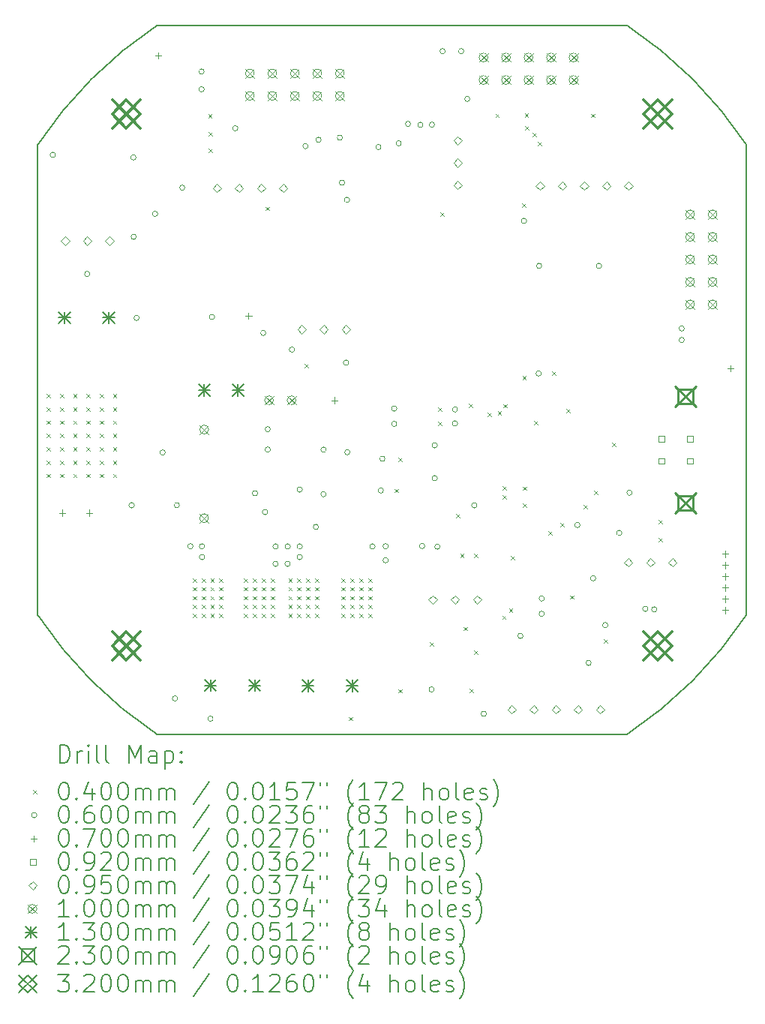
<source format=gbr>
%TF.GenerationSoftware,KiCad,Pcbnew,6.0.10*%
%TF.CreationDate,2023-01-12T17:29:33+03:00*%
%TF.ProjectId,nitrogen,6e697472-6f67-4656-9e2e-6b696361645f,rev?*%
%TF.SameCoordinates,Original*%
%TF.FileFunction,Drillmap*%
%TF.FilePolarity,Positive*%
%FSLAX45Y45*%
G04 Gerber Fmt 4.5, Leading zero omitted, Abs format (unit mm)*
G04 Created by KiCad (PCBNEW 6.0.10) date 2023-01-12 17:29:33*
%MOMM*%
%LPD*%
G01*
G04 APERTURE LIST*
%ADD10C,0.200000*%
%ADD11C,0.040000*%
%ADD12C,0.060000*%
%ADD13C,0.070000*%
%ADD14C,0.092000*%
%ADD15C,0.095000*%
%ADD16C,0.100000*%
%ADD17C,0.130000*%
%ADD18C,0.230000*%
%ADD19C,0.320000*%
G04 APERTURE END LIST*
D10*
X16553298Y-12500002D02*
X11246698Y-12500002D01*
X11246698Y-4500002D02*
X16553298Y-4500002D01*
X9899998Y-11153302D02*
G75*
G03*
X11246698Y-12500002I3997822J2651122D01*
G01*
X17899998Y-5846702D02*
G75*
G03*
X16553298Y-4500002I-3997818J-2651118D01*
G01*
X16553297Y-12500001D02*
G75*
G03*
X17899998Y-11153302I-2651117J3997821D01*
G01*
X17899998Y-5846702D02*
X17899998Y-11153302D01*
X11246698Y-4500001D02*
G75*
G03*
X9899998Y-5846702I2651122J-3997819D01*
G01*
X9899998Y-11153302D02*
X9899998Y-5846702D01*
D11*
X10000000Y-8660000D02*
X10040000Y-8700000D01*
X10040000Y-8660000D02*
X10000000Y-8700000D01*
X10000000Y-8810000D02*
X10040000Y-8850000D01*
X10040000Y-8810000D02*
X10000000Y-8850000D01*
X10000000Y-8960000D02*
X10040000Y-9000000D01*
X10040000Y-8960000D02*
X10000000Y-9000000D01*
X10000000Y-9110000D02*
X10040000Y-9150000D01*
X10040000Y-9110000D02*
X10000000Y-9150000D01*
X10000000Y-9260000D02*
X10040000Y-9300000D01*
X10040000Y-9260000D02*
X10000000Y-9300000D01*
X10000000Y-9410000D02*
X10040000Y-9450000D01*
X10040000Y-9410000D02*
X10000000Y-9450000D01*
X10000000Y-9560000D02*
X10040000Y-9600000D01*
X10040000Y-9560000D02*
X10000000Y-9600000D01*
X10150000Y-8660000D02*
X10190000Y-8700000D01*
X10190000Y-8660000D02*
X10150000Y-8700000D01*
X10150000Y-8810000D02*
X10190000Y-8850000D01*
X10190000Y-8810000D02*
X10150000Y-8850000D01*
X10150000Y-8960000D02*
X10190000Y-9000000D01*
X10190000Y-8960000D02*
X10150000Y-9000000D01*
X10150000Y-9110000D02*
X10190000Y-9150000D01*
X10190000Y-9110000D02*
X10150000Y-9150000D01*
X10150000Y-9260000D02*
X10190000Y-9300000D01*
X10190000Y-9260000D02*
X10150000Y-9300000D01*
X10150000Y-9410000D02*
X10190000Y-9450000D01*
X10190000Y-9410000D02*
X10150000Y-9450000D01*
X10150000Y-9560000D02*
X10190000Y-9600000D01*
X10190000Y-9560000D02*
X10150000Y-9600000D01*
X10300000Y-8660000D02*
X10340000Y-8700000D01*
X10340000Y-8660000D02*
X10300000Y-8700000D01*
X10300000Y-8810000D02*
X10340000Y-8850000D01*
X10340000Y-8810000D02*
X10300000Y-8850000D01*
X10300000Y-8960000D02*
X10340000Y-9000000D01*
X10340000Y-8960000D02*
X10300000Y-9000000D01*
X10300000Y-9110000D02*
X10340000Y-9150000D01*
X10340000Y-9110000D02*
X10300000Y-9150000D01*
X10300000Y-9260000D02*
X10340000Y-9300000D01*
X10340000Y-9260000D02*
X10300000Y-9300000D01*
X10300000Y-9410000D02*
X10340000Y-9450000D01*
X10340000Y-9410000D02*
X10300000Y-9450000D01*
X10300000Y-9560000D02*
X10340000Y-9600000D01*
X10340000Y-9560000D02*
X10300000Y-9600000D01*
X10450000Y-8660000D02*
X10490000Y-8700000D01*
X10490000Y-8660000D02*
X10450000Y-8700000D01*
X10450000Y-8810000D02*
X10490000Y-8850000D01*
X10490000Y-8810000D02*
X10450000Y-8850000D01*
X10450000Y-8960000D02*
X10490000Y-9000000D01*
X10490000Y-8960000D02*
X10450000Y-9000000D01*
X10450000Y-9110000D02*
X10490000Y-9150000D01*
X10490000Y-9110000D02*
X10450000Y-9150000D01*
X10450000Y-9260000D02*
X10490000Y-9300000D01*
X10490000Y-9260000D02*
X10450000Y-9300000D01*
X10450000Y-9410000D02*
X10490000Y-9450000D01*
X10490000Y-9410000D02*
X10450000Y-9450000D01*
X10450000Y-9560000D02*
X10490000Y-9600000D01*
X10490000Y-9560000D02*
X10450000Y-9600000D01*
X10600000Y-8660000D02*
X10640000Y-8700000D01*
X10640000Y-8660000D02*
X10600000Y-8700000D01*
X10600000Y-8810000D02*
X10640000Y-8850000D01*
X10640000Y-8810000D02*
X10600000Y-8850000D01*
X10600000Y-8960000D02*
X10640000Y-9000000D01*
X10640000Y-8960000D02*
X10600000Y-9000000D01*
X10600000Y-9110000D02*
X10640000Y-9150000D01*
X10640000Y-9110000D02*
X10600000Y-9150000D01*
X10600000Y-9260000D02*
X10640000Y-9300000D01*
X10640000Y-9260000D02*
X10600000Y-9300000D01*
X10600000Y-9410000D02*
X10640000Y-9450000D01*
X10640000Y-9410000D02*
X10600000Y-9450000D01*
X10600000Y-9560000D02*
X10640000Y-9600000D01*
X10640000Y-9560000D02*
X10600000Y-9600000D01*
X10750000Y-8660000D02*
X10790000Y-8700000D01*
X10790000Y-8660000D02*
X10750000Y-8700000D01*
X10750000Y-8810000D02*
X10790000Y-8850000D01*
X10790000Y-8810000D02*
X10750000Y-8850000D01*
X10750000Y-8960000D02*
X10790000Y-9000000D01*
X10790000Y-8960000D02*
X10750000Y-9000000D01*
X10750000Y-9110000D02*
X10790000Y-9150000D01*
X10790000Y-9110000D02*
X10750000Y-9150000D01*
X10750000Y-9260000D02*
X10790000Y-9300000D01*
X10790000Y-9260000D02*
X10750000Y-9300000D01*
X10750000Y-9410000D02*
X10790000Y-9450000D01*
X10790000Y-9410000D02*
X10750000Y-9450000D01*
X10750000Y-9560000D02*
X10790000Y-9600000D01*
X10790000Y-9560000D02*
X10750000Y-9600000D01*
X11650000Y-10740000D02*
X11690000Y-10780000D01*
X11690000Y-10740000D02*
X11650000Y-10780000D01*
X11650000Y-10840000D02*
X11690000Y-10880000D01*
X11690000Y-10840000D02*
X11650000Y-10880000D01*
X11650000Y-10940000D02*
X11690000Y-10980000D01*
X11690000Y-10940000D02*
X11650000Y-10980000D01*
X11650000Y-11040000D02*
X11690000Y-11080000D01*
X11690000Y-11040000D02*
X11650000Y-11080000D01*
X11650000Y-11140000D02*
X11690000Y-11180000D01*
X11690000Y-11140000D02*
X11650000Y-11180000D01*
X11750000Y-10740000D02*
X11790000Y-10780000D01*
X11790000Y-10740000D02*
X11750000Y-10780000D01*
X11750000Y-10840000D02*
X11790000Y-10880000D01*
X11790000Y-10840000D02*
X11750000Y-10880000D01*
X11750000Y-10940000D02*
X11790000Y-10980000D01*
X11790000Y-10940000D02*
X11750000Y-10980000D01*
X11750000Y-11040000D02*
X11790000Y-11080000D01*
X11790000Y-11040000D02*
X11750000Y-11080000D01*
X11750000Y-11140000D02*
X11790000Y-11180000D01*
X11790000Y-11140000D02*
X11750000Y-11180000D01*
X11825000Y-5500000D02*
X11865000Y-5540000D01*
X11865000Y-5500000D02*
X11825000Y-5540000D01*
X11826560Y-5705350D02*
X11866560Y-5745350D01*
X11866560Y-5705350D02*
X11826560Y-5745350D01*
X11826560Y-5887850D02*
X11866560Y-5927850D01*
X11866560Y-5887850D02*
X11826560Y-5927850D01*
X11850000Y-10740000D02*
X11890000Y-10780000D01*
X11890000Y-10740000D02*
X11850000Y-10780000D01*
X11850000Y-10840000D02*
X11890000Y-10880000D01*
X11890000Y-10840000D02*
X11850000Y-10880000D01*
X11850000Y-10940000D02*
X11890000Y-10980000D01*
X11890000Y-10940000D02*
X11850000Y-10980000D01*
X11850000Y-11040000D02*
X11890000Y-11080000D01*
X11890000Y-11040000D02*
X11850000Y-11080000D01*
X11850000Y-11140000D02*
X11890000Y-11180000D01*
X11890000Y-11140000D02*
X11850000Y-11180000D01*
X11950000Y-10740000D02*
X11990000Y-10780000D01*
X11990000Y-10740000D02*
X11950000Y-10780000D01*
X11950000Y-10840000D02*
X11990000Y-10880000D01*
X11990000Y-10840000D02*
X11950000Y-10880000D01*
X11950000Y-10940000D02*
X11990000Y-10980000D01*
X11990000Y-10940000D02*
X11950000Y-10980000D01*
X11950000Y-11040000D02*
X11990000Y-11080000D01*
X11990000Y-11040000D02*
X11950000Y-11080000D01*
X11950000Y-11140000D02*
X11990000Y-11180000D01*
X11990000Y-11140000D02*
X11950000Y-11180000D01*
X12230000Y-10740000D02*
X12270000Y-10780000D01*
X12270000Y-10740000D02*
X12230000Y-10780000D01*
X12230000Y-10840000D02*
X12270000Y-10880000D01*
X12270000Y-10840000D02*
X12230000Y-10880000D01*
X12230000Y-10940000D02*
X12270000Y-10980000D01*
X12270000Y-10940000D02*
X12230000Y-10980000D01*
X12230000Y-11040000D02*
X12270000Y-11080000D01*
X12270000Y-11040000D02*
X12230000Y-11080000D01*
X12230000Y-11140000D02*
X12270000Y-11180000D01*
X12270000Y-11140000D02*
X12230000Y-11180000D01*
X12330000Y-10740000D02*
X12370000Y-10780000D01*
X12370000Y-10740000D02*
X12330000Y-10780000D01*
X12330000Y-10840000D02*
X12370000Y-10880000D01*
X12370000Y-10840000D02*
X12330000Y-10880000D01*
X12330000Y-10940000D02*
X12370000Y-10980000D01*
X12370000Y-10940000D02*
X12330000Y-10980000D01*
X12330000Y-11040000D02*
X12370000Y-11080000D01*
X12370000Y-11040000D02*
X12330000Y-11080000D01*
X12330000Y-11140000D02*
X12370000Y-11180000D01*
X12370000Y-11140000D02*
X12330000Y-11180000D01*
X12430000Y-10740000D02*
X12470000Y-10780000D01*
X12470000Y-10740000D02*
X12430000Y-10780000D01*
X12430000Y-10840000D02*
X12470000Y-10880000D01*
X12470000Y-10840000D02*
X12430000Y-10880000D01*
X12430000Y-10940000D02*
X12470000Y-10980000D01*
X12470000Y-10940000D02*
X12430000Y-10980000D01*
X12430000Y-11040000D02*
X12470000Y-11080000D01*
X12470000Y-11040000D02*
X12430000Y-11080000D01*
X12430000Y-11140000D02*
X12470000Y-11180000D01*
X12470000Y-11140000D02*
X12430000Y-11180000D01*
X12472100Y-6545900D02*
X12512100Y-6585900D01*
X12512100Y-6545900D02*
X12472100Y-6585900D01*
X12530000Y-10740000D02*
X12570000Y-10780000D01*
X12570000Y-10740000D02*
X12530000Y-10780000D01*
X12530000Y-10840000D02*
X12570000Y-10880000D01*
X12570000Y-10840000D02*
X12530000Y-10880000D01*
X12530000Y-10940000D02*
X12570000Y-10980000D01*
X12570000Y-10940000D02*
X12530000Y-10980000D01*
X12530000Y-11040000D02*
X12570000Y-11080000D01*
X12570000Y-11040000D02*
X12530000Y-11080000D01*
X12530000Y-11140000D02*
X12570000Y-11180000D01*
X12570000Y-11140000D02*
X12530000Y-11180000D01*
X12730000Y-10740000D02*
X12770000Y-10780000D01*
X12770000Y-10740000D02*
X12730000Y-10780000D01*
X12730000Y-10840000D02*
X12770000Y-10880000D01*
X12770000Y-10840000D02*
X12730000Y-10880000D01*
X12730000Y-10940000D02*
X12770000Y-10980000D01*
X12770000Y-10940000D02*
X12730000Y-10980000D01*
X12730000Y-11040000D02*
X12770000Y-11080000D01*
X12770000Y-11040000D02*
X12730000Y-11080000D01*
X12730000Y-11140000D02*
X12770000Y-11180000D01*
X12770000Y-11140000D02*
X12730000Y-11180000D01*
X12830000Y-10740000D02*
X12870000Y-10780000D01*
X12870000Y-10740000D02*
X12830000Y-10780000D01*
X12830000Y-10840000D02*
X12870000Y-10880000D01*
X12870000Y-10840000D02*
X12830000Y-10880000D01*
X12830000Y-10940000D02*
X12870000Y-10980000D01*
X12870000Y-10940000D02*
X12830000Y-10980000D01*
X12830000Y-11040000D02*
X12870000Y-11080000D01*
X12870000Y-11040000D02*
X12830000Y-11080000D01*
X12830000Y-11140000D02*
X12870000Y-11180000D01*
X12870000Y-11140000D02*
X12830000Y-11180000D01*
X12910000Y-8320000D02*
X12950000Y-8360000D01*
X12950000Y-8320000D02*
X12910000Y-8360000D01*
X12930000Y-10740000D02*
X12970000Y-10780000D01*
X12970000Y-10740000D02*
X12930000Y-10780000D01*
X12930000Y-10840000D02*
X12970000Y-10880000D01*
X12970000Y-10840000D02*
X12930000Y-10880000D01*
X12930000Y-10940000D02*
X12970000Y-10980000D01*
X12970000Y-10940000D02*
X12930000Y-10980000D01*
X12930000Y-11040000D02*
X12970000Y-11080000D01*
X12970000Y-11040000D02*
X12930000Y-11080000D01*
X12930000Y-11140000D02*
X12970000Y-11180000D01*
X12970000Y-11140000D02*
X12930000Y-11180000D01*
X13030000Y-10740000D02*
X13070000Y-10780000D01*
X13070000Y-10740000D02*
X13030000Y-10780000D01*
X13030000Y-10840000D02*
X13070000Y-10880000D01*
X13070000Y-10840000D02*
X13030000Y-10880000D01*
X13030000Y-10940000D02*
X13070000Y-10980000D01*
X13070000Y-10940000D02*
X13030000Y-10980000D01*
X13030000Y-11040000D02*
X13070000Y-11080000D01*
X13070000Y-11040000D02*
X13030000Y-11080000D01*
X13030000Y-11140000D02*
X13070000Y-11180000D01*
X13070000Y-11140000D02*
X13030000Y-11180000D01*
X13330000Y-10740000D02*
X13370000Y-10780000D01*
X13370000Y-10740000D02*
X13330000Y-10780000D01*
X13330000Y-10840000D02*
X13370000Y-10880000D01*
X13370000Y-10840000D02*
X13330000Y-10880000D01*
X13330000Y-10940000D02*
X13370000Y-10980000D01*
X13370000Y-10940000D02*
X13330000Y-10980000D01*
X13330000Y-11040000D02*
X13370000Y-11080000D01*
X13370000Y-11040000D02*
X13330000Y-11080000D01*
X13330000Y-11140000D02*
X13370000Y-11180000D01*
X13370000Y-11140000D02*
X13330000Y-11180000D01*
X13415000Y-12305000D02*
X13455000Y-12345000D01*
X13455000Y-12305000D02*
X13415000Y-12345000D01*
X13430000Y-10740000D02*
X13470000Y-10780000D01*
X13470000Y-10740000D02*
X13430000Y-10780000D01*
X13430000Y-10840000D02*
X13470000Y-10880000D01*
X13470000Y-10840000D02*
X13430000Y-10880000D01*
X13430000Y-10940000D02*
X13470000Y-10980000D01*
X13470000Y-10940000D02*
X13430000Y-10980000D01*
X13430000Y-11040000D02*
X13470000Y-11080000D01*
X13470000Y-11040000D02*
X13430000Y-11080000D01*
X13430000Y-11140000D02*
X13470000Y-11180000D01*
X13470000Y-11140000D02*
X13430000Y-11180000D01*
X13530000Y-10740000D02*
X13570000Y-10780000D01*
X13570000Y-10740000D02*
X13530000Y-10780000D01*
X13530000Y-10840000D02*
X13570000Y-10880000D01*
X13570000Y-10840000D02*
X13530000Y-10880000D01*
X13530000Y-10940000D02*
X13570000Y-10980000D01*
X13570000Y-10940000D02*
X13530000Y-10980000D01*
X13530000Y-11040000D02*
X13570000Y-11080000D01*
X13570000Y-11040000D02*
X13530000Y-11080000D01*
X13530000Y-11140000D02*
X13570000Y-11180000D01*
X13570000Y-11140000D02*
X13530000Y-11180000D01*
X13630000Y-10740000D02*
X13670000Y-10780000D01*
X13670000Y-10740000D02*
X13630000Y-10780000D01*
X13630000Y-10840000D02*
X13670000Y-10880000D01*
X13670000Y-10840000D02*
X13630000Y-10880000D01*
X13630000Y-10940000D02*
X13670000Y-10980000D01*
X13670000Y-10940000D02*
X13630000Y-10980000D01*
X13630000Y-11040000D02*
X13670000Y-11080000D01*
X13670000Y-11040000D02*
X13630000Y-11080000D01*
X13630000Y-11140000D02*
X13670000Y-11180000D01*
X13670000Y-11140000D02*
X13630000Y-11180000D01*
X13926250Y-9730000D02*
X13966250Y-9770000D01*
X13966250Y-9730000D02*
X13926250Y-9770000D01*
X13970000Y-9380000D02*
X14010000Y-9420000D01*
X14010000Y-9380000D02*
X13970000Y-9420000D01*
X13970000Y-11990000D02*
X14010000Y-12030000D01*
X14010000Y-11990000D02*
X13970000Y-12030000D01*
X14325920Y-11460800D02*
X14365920Y-11500800D01*
X14365920Y-11460800D02*
X14325920Y-11500800D01*
X14417470Y-8814120D02*
X14457470Y-8854120D01*
X14457470Y-8814120D02*
X14417470Y-8854120D01*
X14417470Y-8971600D02*
X14457470Y-9011600D01*
X14457470Y-8971600D02*
X14417470Y-9011600D01*
X14447840Y-6609400D02*
X14487840Y-6649400D01*
X14487840Y-6609400D02*
X14447840Y-6649400D01*
X14625640Y-10013000D02*
X14665640Y-10053000D01*
X14665640Y-10013000D02*
X14625640Y-10053000D01*
X14668820Y-10460040D02*
X14708820Y-10500040D01*
X14708820Y-10460040D02*
X14668820Y-10500040D01*
X14706920Y-11288080D02*
X14746920Y-11328080D01*
X14746920Y-11288080D02*
X14706920Y-11328080D01*
X14770000Y-8770000D02*
X14810000Y-8810000D01*
X14810000Y-8770000D02*
X14770000Y-8810000D01*
X14778040Y-11984040D02*
X14818040Y-12024040D01*
X14818040Y-11984040D02*
X14778040Y-12024040D01*
X14826300Y-10460040D02*
X14866300Y-10500040D01*
X14866300Y-10460040D02*
X14826300Y-10500040D01*
X14828840Y-11552240D02*
X14868840Y-11592240D01*
X14868840Y-11552240D02*
X14828840Y-11592240D01*
X14981240Y-8870000D02*
X15021240Y-8910000D01*
X15021240Y-8870000D02*
X14981240Y-8910000D01*
X15067600Y-5496880D02*
X15107600Y-5536880D01*
X15107600Y-5496880D02*
X15067600Y-5536880D01*
X15093000Y-8854760D02*
X15133000Y-8894760D01*
X15133000Y-8854760D02*
X15093000Y-8894760D01*
X15144950Y-11160000D02*
X15184950Y-11200000D01*
X15184950Y-11160000D02*
X15144950Y-11200000D01*
X15146890Y-9699690D02*
X15186890Y-9739690D01*
X15186890Y-9699690D02*
X15146890Y-9739690D01*
X15146890Y-9799640D02*
X15186890Y-9839640D01*
X15186890Y-9799640D02*
X15146890Y-9839640D01*
X15159040Y-8773480D02*
X15199040Y-8813480D01*
X15199040Y-8773480D02*
X15159040Y-8813480D01*
X15219100Y-11081610D02*
X15259100Y-11121610D01*
X15259100Y-11081610D02*
X15219100Y-11121610D01*
X15240320Y-10485440D02*
X15280320Y-10525440D01*
X15280320Y-10485440D02*
X15240320Y-10525440D01*
X15368750Y-6510000D02*
X15408750Y-6550000D01*
X15408750Y-6510000D02*
X15368750Y-6550000D01*
X15372400Y-8458520D02*
X15412400Y-8498520D01*
X15412400Y-8458520D02*
X15372400Y-8498520D01*
X15374390Y-9704640D02*
X15414390Y-9744640D01*
X15414390Y-9704640D02*
X15374390Y-9744640D01*
X15377480Y-9896160D02*
X15417480Y-9936160D01*
X15417480Y-9896160D02*
X15377480Y-9936160D01*
X15397800Y-5491800D02*
X15437800Y-5531800D01*
X15437800Y-5491800D02*
X15397800Y-5531800D01*
X15402880Y-5634040D02*
X15442880Y-5674040D01*
X15442880Y-5634040D02*
X15402880Y-5674040D01*
X15484160Y-5715320D02*
X15524160Y-5755320D01*
X15524160Y-5715320D02*
X15484160Y-5755320D01*
X15504480Y-8961440D02*
X15544480Y-9001440D01*
X15544480Y-8961440D02*
X15504480Y-9001440D01*
X15545120Y-5811840D02*
X15585120Y-5851840D01*
X15585120Y-5811840D02*
X15545120Y-5851840D01*
X15667040Y-10206040D02*
X15707040Y-10246040D01*
X15707040Y-10206040D02*
X15667040Y-10246040D01*
X15707570Y-8407720D02*
X15747570Y-8447720D01*
X15747570Y-8407720D02*
X15707570Y-8447720D01*
X15799120Y-10117140D02*
X15839120Y-10157140D01*
X15839120Y-10117140D02*
X15799120Y-10157140D01*
X15870240Y-8829360D02*
X15910240Y-8869360D01*
X15910240Y-8829360D02*
X15870240Y-8869360D01*
X15910880Y-10932480D02*
X15950880Y-10972480D01*
X15950880Y-10932480D02*
X15910880Y-10972480D01*
X16063280Y-9911400D02*
X16103280Y-9951400D01*
X16103280Y-9911400D02*
X16063280Y-9951400D01*
X16144560Y-5496880D02*
X16184560Y-5536880D01*
X16184560Y-5496880D02*
X16144560Y-5536880D01*
X16178130Y-9753920D02*
X16218130Y-9793920D01*
X16218130Y-9753920D02*
X16178130Y-9793920D01*
X16290000Y-11428690D02*
X16330000Y-11468690D01*
X16330000Y-11428690D02*
X16290000Y-11468690D01*
X16382400Y-9211400D02*
X16422400Y-9251400D01*
X16422400Y-9211400D02*
X16382400Y-9251400D01*
X16911640Y-10079040D02*
X16951640Y-10119040D01*
X16951640Y-10079040D02*
X16911640Y-10119040D01*
X16911640Y-10287320D02*
X16951640Y-10327320D01*
X16951640Y-10287320D02*
X16911640Y-10327320D01*
D12*
X10100000Y-5960000D02*
G75*
G03*
X10100000Y-5960000I-30000J0D01*
G01*
X10489720Y-7304850D02*
G75*
G03*
X10489720Y-7304850I-30000J0D01*
G01*
X10990000Y-9915000D02*
G75*
G03*
X10990000Y-9915000I-30000J0D01*
G01*
X11010000Y-5990000D02*
G75*
G03*
X11010000Y-5990000I-30000J0D01*
G01*
X11012960Y-6884780D02*
G75*
G03*
X11012960Y-6884780I-30000J0D01*
G01*
X11046500Y-7800300D02*
G75*
G03*
X11046500Y-7800300I-30000J0D01*
G01*
X11255000Y-6626250D02*
G75*
G03*
X11255000Y-6626250I-30000J0D01*
G01*
X11340000Y-9320000D02*
G75*
G03*
X11340000Y-9320000I-30000J0D01*
G01*
X11480000Y-12095800D02*
G75*
G03*
X11480000Y-12095800I-30000J0D01*
G01*
X11500000Y-9915000D02*
G75*
G03*
X11500000Y-9915000I-30000J0D01*
G01*
X11561790Y-6329680D02*
G75*
G03*
X11561790Y-6329680I-30000J0D01*
G01*
X11653040Y-10378440D02*
G75*
G03*
X11653040Y-10378440I-30000J0D01*
G01*
X11780000Y-5020000D02*
G75*
G03*
X11780000Y-5020000I-30000J0D01*
G01*
X11780000Y-5220000D02*
G75*
G03*
X11780000Y-5220000I-30000J0D01*
G01*
X11785120Y-10378440D02*
G75*
G03*
X11785120Y-10378440I-30000J0D01*
G01*
X11785120Y-10500360D02*
G75*
G03*
X11785120Y-10500360I-30000J0D01*
G01*
X11880000Y-12325000D02*
G75*
G03*
X11880000Y-12325000I-30000J0D01*
G01*
X11897400Y-7790100D02*
G75*
G03*
X11897400Y-7790100I-30000J0D01*
G01*
X12160000Y-5660000D02*
G75*
G03*
X12160000Y-5660000I-30000J0D01*
G01*
X12383180Y-9779000D02*
G75*
G03*
X12383180Y-9779000I-30000J0D01*
G01*
X12476000Y-7970520D02*
G75*
G03*
X12476000Y-7970520I-30000J0D01*
G01*
X12496320Y-9992360D02*
G75*
G03*
X12496320Y-9992360I-30000J0D01*
G01*
X12526760Y-9056240D02*
G75*
G03*
X12526760Y-9056240I-30000J0D01*
G01*
X12526760Y-9286240D02*
G75*
G03*
X12526760Y-9286240I-30000J0D01*
G01*
X12614551Y-10577061D02*
G75*
G03*
X12614551Y-10577061I-30000J0D01*
G01*
X12614830Y-10380000D02*
G75*
G03*
X12614830Y-10380000I-30000J0D01*
G01*
X12750320Y-10576560D02*
G75*
G03*
X12750320Y-10576560I-30000J0D01*
G01*
X12752000Y-10380000D02*
G75*
G03*
X12752000Y-10380000I-30000J0D01*
G01*
X12800000Y-8158750D02*
G75*
G03*
X12800000Y-8158750I-30000J0D01*
G01*
X12887480Y-9738360D02*
G75*
G03*
X12887480Y-9738360I-30000J0D01*
G01*
X12887480Y-10378440D02*
G75*
G03*
X12887480Y-10378440I-30000J0D01*
G01*
X12887480Y-10500360D02*
G75*
G03*
X12887480Y-10500360I-30000J0D01*
G01*
X12953520Y-5862320D02*
G75*
G03*
X12953520Y-5862320I-30000J0D01*
G01*
X13070550Y-10160000D02*
G75*
G03*
X13070550Y-10160000I-30000J0D01*
G01*
X13100000Y-5790000D02*
G75*
G03*
X13100000Y-5790000I-30000J0D01*
G01*
X13156760Y-9286240D02*
G75*
G03*
X13156760Y-9286240I-30000J0D01*
G01*
X13156760Y-9790570D02*
G75*
G03*
X13156760Y-9790570I-30000J0D01*
G01*
X13341000Y-5766000D02*
G75*
G03*
X13341000Y-5766000I-30000J0D01*
G01*
X13365000Y-6275000D02*
G75*
G03*
X13365000Y-6275000I-30000J0D01*
G01*
X13410720Y-8305610D02*
G75*
G03*
X13410720Y-8305610I-30000J0D01*
G01*
X13420880Y-6466840D02*
G75*
G03*
X13420880Y-6466840I-30000J0D01*
G01*
X13425806Y-9315944D02*
G75*
G03*
X13425806Y-9315944I-30000J0D01*
G01*
X13708000Y-10380000D02*
G75*
G03*
X13708000Y-10380000I-30000J0D01*
G01*
X13776480Y-5872480D02*
G75*
G03*
X13776480Y-5872480I-30000J0D01*
G01*
X13801880Y-9748520D02*
G75*
G03*
X13801880Y-9748520I-30000J0D01*
G01*
X13820000Y-9390000D02*
G75*
G03*
X13820000Y-9390000I-30000J0D01*
G01*
X13857760Y-10378440D02*
G75*
G03*
X13857760Y-10378440I-30000J0D01*
G01*
X13857760Y-10535920D02*
G75*
G03*
X13857760Y-10535920I-30000J0D01*
G01*
X13954280Y-8823960D02*
G75*
G03*
X13954280Y-8823960I-30000J0D01*
G01*
X13954280Y-8996460D02*
G75*
G03*
X13954280Y-8996460I-30000J0D01*
G01*
X14005080Y-5830000D02*
G75*
G03*
X14005080Y-5830000I-30000J0D01*
G01*
X14110069Y-5609931D02*
G75*
G03*
X14110069Y-5609931I-30000J0D01*
G01*
X14250000Y-5620000D02*
G75*
G03*
X14250000Y-5620000I-30000J0D01*
G01*
X14269350Y-10375900D02*
G75*
G03*
X14269350Y-10375900I-30000J0D01*
G01*
X14375920Y-11993880D02*
G75*
G03*
X14375920Y-11993880I-30000J0D01*
G01*
X14380000Y-5620000D02*
G75*
G03*
X14380000Y-5620000I-30000J0D01*
G01*
X14411480Y-9238400D02*
G75*
G03*
X14411480Y-9238400I-30000J0D01*
G01*
X14411480Y-9608400D02*
G75*
G03*
X14411480Y-9608400I-30000J0D01*
G01*
X14441850Y-10382490D02*
G75*
G03*
X14441850Y-10382490I-30000J0D01*
G01*
X14500000Y-4790000D02*
G75*
G03*
X14500000Y-4790000I-30000J0D01*
G01*
X14639970Y-8834120D02*
G75*
G03*
X14639970Y-8834120I-30000J0D01*
G01*
X14639970Y-8991600D02*
G75*
G03*
X14639970Y-8991600I-30000J0D01*
G01*
X14710000Y-4790000D02*
G75*
G03*
X14710000Y-4790000I-30000J0D01*
G01*
X14778750Y-5330000D02*
G75*
G03*
X14778750Y-5330000I-30000J0D01*
G01*
X14858520Y-9916160D02*
G75*
G03*
X14858520Y-9916160I-30000J0D01*
G01*
X14965200Y-12268200D02*
G75*
G03*
X14965200Y-12268200I-30000J0D01*
G01*
X15379220Y-11389360D02*
G75*
G03*
X15379220Y-11389360I-30000J0D01*
G01*
X15418750Y-6704170D02*
G75*
G03*
X15418750Y-6704170I-30000J0D01*
G01*
X15585070Y-8427720D02*
G75*
G03*
X15585070Y-8427720I-30000J0D01*
G01*
X15590040Y-7213600D02*
G75*
G03*
X15590040Y-7213600I-30000J0D01*
G01*
X15620520Y-10967830D02*
G75*
G03*
X15620520Y-10967830I-30000J0D01*
G01*
X15620520Y-11140330D02*
G75*
G03*
X15620520Y-11140330I-30000J0D01*
G01*
X16021730Y-10137140D02*
G75*
G03*
X16021730Y-10137140I-30000J0D01*
G01*
X16148840Y-11694160D02*
G75*
G03*
X16148840Y-11694160I-30000J0D01*
G01*
X16199530Y-10739120D02*
G75*
G03*
X16199530Y-10739120I-30000J0D01*
G01*
X16265680Y-7213600D02*
G75*
G03*
X16265680Y-7213600I-30000J0D01*
G01*
X16336800Y-11267440D02*
G75*
G03*
X16336800Y-11267440I-30000J0D01*
G01*
X16494280Y-10226040D02*
G75*
G03*
X16494280Y-10226040I-30000J0D01*
G01*
X16611120Y-9773920D02*
G75*
G03*
X16611120Y-9773920I-30000J0D01*
G01*
X16788920Y-11084560D02*
G75*
G03*
X16788920Y-11084560I-30000J0D01*
G01*
X16889931Y-11090069D02*
G75*
G03*
X16889931Y-11090069I-30000J0D01*
G01*
X17200000Y-7920000D02*
G75*
G03*
X17200000Y-7920000I-30000J0D01*
G01*
X17200000Y-8050000D02*
G75*
G03*
X17200000Y-8050000I-30000J0D01*
G01*
D13*
X10180000Y-9965000D02*
X10180000Y-10035000D01*
X10145000Y-10000000D02*
X10215000Y-10000000D01*
X10480000Y-9965000D02*
X10480000Y-10035000D01*
X10445000Y-10000000D02*
X10515000Y-10000000D01*
X11262360Y-4806240D02*
X11262360Y-4876240D01*
X11227360Y-4841240D02*
X11297360Y-4841240D01*
X12280000Y-7745000D02*
X12280000Y-7815000D01*
X12245000Y-7780000D02*
X12315000Y-7780000D01*
X13250000Y-8695000D02*
X13250000Y-8765000D01*
X13215000Y-8730000D02*
X13285000Y-8730000D01*
X17663160Y-10429800D02*
X17663160Y-10499800D01*
X17628160Y-10464800D02*
X17698160Y-10464800D01*
X17663160Y-10556800D02*
X17663160Y-10626800D01*
X17628160Y-10591800D02*
X17698160Y-10591800D01*
X17663160Y-10683800D02*
X17663160Y-10753800D01*
X17628160Y-10718800D02*
X17698160Y-10718800D01*
X17663160Y-10810800D02*
X17663160Y-10880800D01*
X17628160Y-10845800D02*
X17698160Y-10845800D01*
X17663160Y-10937800D02*
X17663160Y-11007800D01*
X17628160Y-10972800D02*
X17698160Y-10972800D01*
X17663160Y-11064800D02*
X17663160Y-11134800D01*
X17628160Y-11099800D02*
X17698160Y-11099800D01*
X17720000Y-8335000D02*
X17720000Y-8405000D01*
X17685000Y-8370000D02*
X17755000Y-8370000D01*
D14*
X16974277Y-9197527D02*
X16974277Y-9132473D01*
X16909223Y-9132473D01*
X16909223Y-9197527D01*
X16974277Y-9197527D01*
X16974277Y-9447527D02*
X16974277Y-9382473D01*
X16909223Y-9382473D01*
X16909223Y-9447527D01*
X16974277Y-9447527D01*
X17294277Y-9197527D02*
X17294277Y-9132473D01*
X17229223Y-9132473D01*
X17229223Y-9197527D01*
X17294277Y-9197527D01*
X17294277Y-9447527D02*
X17294277Y-9382473D01*
X17229223Y-9382473D01*
X17229223Y-9447527D01*
X17294277Y-9447527D01*
D15*
X10210000Y-6977500D02*
X10257500Y-6930000D01*
X10210000Y-6882500D01*
X10162500Y-6930000D01*
X10210000Y-6977500D01*
X10460000Y-6977500D02*
X10507500Y-6930000D01*
X10460000Y-6882500D01*
X10412500Y-6930000D01*
X10460000Y-6977500D01*
X10710000Y-6977500D02*
X10757500Y-6930000D01*
X10710000Y-6882500D01*
X10662500Y-6930000D01*
X10710000Y-6977500D01*
X11923350Y-6383400D02*
X11970850Y-6335900D01*
X11923350Y-6288400D01*
X11875850Y-6335900D01*
X11923350Y-6383400D01*
X12173350Y-6383400D02*
X12220850Y-6335900D01*
X12173350Y-6288400D01*
X12125850Y-6335900D01*
X12173350Y-6383400D01*
X12423350Y-6383400D02*
X12470850Y-6335900D01*
X12423350Y-6288400D01*
X12375850Y-6335900D01*
X12423350Y-6383400D01*
X12673350Y-6383400D02*
X12720850Y-6335900D01*
X12673350Y-6288400D01*
X12625850Y-6335900D01*
X12673350Y-6383400D01*
X12880000Y-7977500D02*
X12927500Y-7930000D01*
X12880000Y-7882500D01*
X12832500Y-7930000D01*
X12880000Y-7977500D01*
X13130000Y-7977500D02*
X13177500Y-7930000D01*
X13130000Y-7882500D01*
X13082500Y-7930000D01*
X13130000Y-7977500D01*
X13380000Y-7977500D02*
X13427500Y-7930000D01*
X13380000Y-7882500D01*
X13332500Y-7930000D01*
X13380000Y-7977500D01*
X14360000Y-11027500D02*
X14407500Y-10980000D01*
X14360000Y-10932500D01*
X14312500Y-10980000D01*
X14360000Y-11027500D01*
X14610000Y-11027500D02*
X14657500Y-10980000D01*
X14610000Y-10932500D01*
X14562500Y-10980000D01*
X14610000Y-11027500D01*
X14640000Y-5847500D02*
X14687500Y-5800000D01*
X14640000Y-5752500D01*
X14592500Y-5800000D01*
X14640000Y-5847500D01*
X14640000Y-6097500D02*
X14687500Y-6050000D01*
X14640000Y-6002500D01*
X14592500Y-6050000D01*
X14640000Y-6097500D01*
X14640000Y-6347500D02*
X14687500Y-6300000D01*
X14640000Y-6252500D01*
X14592500Y-6300000D01*
X14640000Y-6347500D01*
X14860000Y-11027500D02*
X14907500Y-10980000D01*
X14860000Y-10932500D01*
X14812500Y-10980000D01*
X14860000Y-11027500D01*
X15250000Y-12267500D02*
X15297500Y-12220000D01*
X15250000Y-12172500D01*
X15202500Y-12220000D01*
X15250000Y-12267500D01*
X15500000Y-12267500D02*
X15547500Y-12220000D01*
X15500000Y-12172500D01*
X15452500Y-12220000D01*
X15500000Y-12267500D01*
X15570000Y-6357500D02*
X15617500Y-6310000D01*
X15570000Y-6262500D01*
X15522500Y-6310000D01*
X15570000Y-6357500D01*
X15750000Y-12267500D02*
X15797500Y-12220000D01*
X15750000Y-12172500D01*
X15702500Y-12220000D01*
X15750000Y-12267500D01*
X15820000Y-6357500D02*
X15867500Y-6310000D01*
X15820000Y-6262500D01*
X15772500Y-6310000D01*
X15820000Y-6357500D01*
X16000000Y-12267500D02*
X16047500Y-12220000D01*
X16000000Y-12172500D01*
X15952500Y-12220000D01*
X16000000Y-12267500D01*
X16070000Y-6357500D02*
X16117500Y-6310000D01*
X16070000Y-6262500D01*
X16022500Y-6310000D01*
X16070000Y-6357500D01*
X16250000Y-12267500D02*
X16297500Y-12220000D01*
X16250000Y-12172500D01*
X16202500Y-12220000D01*
X16250000Y-12267500D01*
X16320000Y-6357500D02*
X16367500Y-6310000D01*
X16320000Y-6262500D01*
X16272500Y-6310000D01*
X16320000Y-6357500D01*
X16565880Y-10608820D02*
X16613380Y-10561320D01*
X16565880Y-10513820D01*
X16518380Y-10561320D01*
X16565880Y-10608820D01*
X16570000Y-6357500D02*
X16617500Y-6310000D01*
X16570000Y-6262500D01*
X16522500Y-6310000D01*
X16570000Y-6357500D01*
X16815880Y-10608820D02*
X16863380Y-10561320D01*
X16815880Y-10513820D01*
X16768380Y-10561320D01*
X16815880Y-10608820D01*
X17065880Y-10608820D02*
X17113380Y-10561320D01*
X17065880Y-10513820D01*
X17018380Y-10561320D01*
X17065880Y-10608820D01*
D16*
X11728500Y-9011100D02*
X11828500Y-9111100D01*
X11828500Y-9011100D02*
X11728500Y-9111100D01*
X11828500Y-9061100D02*
G75*
G03*
X11828500Y-9061100I-50000J0D01*
G01*
X11728500Y-10011100D02*
X11828500Y-10111100D01*
X11828500Y-10011100D02*
X11728500Y-10111100D01*
X11828500Y-10061100D02*
G75*
G03*
X11828500Y-10061100I-50000J0D01*
G01*
X12245000Y-4992000D02*
X12345000Y-5092000D01*
X12345000Y-4992000D02*
X12245000Y-5092000D01*
X12345000Y-5042000D02*
G75*
G03*
X12345000Y-5042000I-50000J0D01*
G01*
X12245000Y-5246000D02*
X12345000Y-5346000D01*
X12345000Y-5246000D02*
X12245000Y-5346000D01*
X12345000Y-5296000D02*
G75*
G03*
X12345000Y-5296000I-50000J0D01*
G01*
X12461000Y-8680000D02*
X12561000Y-8780000D01*
X12561000Y-8680000D02*
X12461000Y-8780000D01*
X12561000Y-8730000D02*
G75*
G03*
X12561000Y-8730000I-50000J0D01*
G01*
X12499000Y-4992000D02*
X12599000Y-5092000D01*
X12599000Y-4992000D02*
X12499000Y-5092000D01*
X12599000Y-5042000D02*
G75*
G03*
X12599000Y-5042000I-50000J0D01*
G01*
X12499000Y-5246000D02*
X12599000Y-5346000D01*
X12599000Y-5246000D02*
X12499000Y-5346000D01*
X12599000Y-5296000D02*
G75*
G03*
X12599000Y-5296000I-50000J0D01*
G01*
X12715000Y-8680000D02*
X12815000Y-8780000D01*
X12815000Y-8680000D02*
X12715000Y-8780000D01*
X12815000Y-8730000D02*
G75*
G03*
X12815000Y-8730000I-50000J0D01*
G01*
X12753000Y-4992000D02*
X12853000Y-5092000D01*
X12853000Y-4992000D02*
X12753000Y-5092000D01*
X12853000Y-5042000D02*
G75*
G03*
X12853000Y-5042000I-50000J0D01*
G01*
X12753000Y-5246000D02*
X12853000Y-5346000D01*
X12853000Y-5246000D02*
X12753000Y-5346000D01*
X12853000Y-5296000D02*
G75*
G03*
X12853000Y-5296000I-50000J0D01*
G01*
X13007000Y-4992000D02*
X13107000Y-5092000D01*
X13107000Y-4992000D02*
X13007000Y-5092000D01*
X13107000Y-5042000D02*
G75*
G03*
X13107000Y-5042000I-50000J0D01*
G01*
X13007000Y-5246000D02*
X13107000Y-5346000D01*
X13107000Y-5246000D02*
X13007000Y-5346000D01*
X13107000Y-5296000D02*
G75*
G03*
X13107000Y-5296000I-50000J0D01*
G01*
X13261000Y-4992000D02*
X13361000Y-5092000D01*
X13361000Y-4992000D02*
X13261000Y-5092000D01*
X13361000Y-5042000D02*
G75*
G03*
X13361000Y-5042000I-50000J0D01*
G01*
X13261000Y-5246000D02*
X13361000Y-5346000D01*
X13361000Y-5246000D02*
X13261000Y-5346000D01*
X13361000Y-5296000D02*
G75*
G03*
X13361000Y-5296000I-50000J0D01*
G01*
X14882000Y-4811250D02*
X14982000Y-4911250D01*
X14982000Y-4811250D02*
X14882000Y-4911250D01*
X14982000Y-4861250D02*
G75*
G03*
X14982000Y-4861250I-50000J0D01*
G01*
X14882000Y-5065250D02*
X14982000Y-5165250D01*
X14982000Y-5065250D02*
X14882000Y-5165250D01*
X14982000Y-5115250D02*
G75*
G03*
X14982000Y-5115250I-50000J0D01*
G01*
X15136000Y-4811250D02*
X15236000Y-4911250D01*
X15236000Y-4811250D02*
X15136000Y-4911250D01*
X15236000Y-4861250D02*
G75*
G03*
X15236000Y-4861250I-50000J0D01*
G01*
X15136000Y-5065250D02*
X15236000Y-5165250D01*
X15236000Y-5065250D02*
X15136000Y-5165250D01*
X15236000Y-5115250D02*
G75*
G03*
X15236000Y-5115250I-50000J0D01*
G01*
X15390000Y-4811250D02*
X15490000Y-4911250D01*
X15490000Y-4811250D02*
X15390000Y-4911250D01*
X15490000Y-4861250D02*
G75*
G03*
X15490000Y-4861250I-50000J0D01*
G01*
X15390000Y-5065250D02*
X15490000Y-5165250D01*
X15490000Y-5065250D02*
X15390000Y-5165250D01*
X15490000Y-5115250D02*
G75*
G03*
X15490000Y-5115250I-50000J0D01*
G01*
X15644000Y-4811250D02*
X15744000Y-4911250D01*
X15744000Y-4811250D02*
X15644000Y-4911250D01*
X15744000Y-4861250D02*
G75*
G03*
X15744000Y-4861250I-50000J0D01*
G01*
X15644000Y-5065250D02*
X15744000Y-5165250D01*
X15744000Y-5065250D02*
X15644000Y-5165250D01*
X15744000Y-5115250D02*
G75*
G03*
X15744000Y-5115250I-50000J0D01*
G01*
X15898000Y-4811250D02*
X15998000Y-4911250D01*
X15998000Y-4811250D02*
X15898000Y-4911250D01*
X15998000Y-4861250D02*
G75*
G03*
X15998000Y-4861250I-50000J0D01*
G01*
X15898000Y-5065250D02*
X15998000Y-5165250D01*
X15998000Y-5065250D02*
X15898000Y-5165250D01*
X15998000Y-5115250D02*
G75*
G03*
X15998000Y-5115250I-50000J0D01*
G01*
X17214750Y-6582000D02*
X17314750Y-6682000D01*
X17314750Y-6582000D02*
X17214750Y-6682000D01*
X17314750Y-6632000D02*
G75*
G03*
X17314750Y-6632000I-50000J0D01*
G01*
X17214750Y-6836000D02*
X17314750Y-6936000D01*
X17314750Y-6836000D02*
X17214750Y-6936000D01*
X17314750Y-6886000D02*
G75*
G03*
X17314750Y-6886000I-50000J0D01*
G01*
X17214750Y-7090000D02*
X17314750Y-7190000D01*
X17314750Y-7090000D02*
X17214750Y-7190000D01*
X17314750Y-7140000D02*
G75*
G03*
X17314750Y-7140000I-50000J0D01*
G01*
X17214750Y-7344000D02*
X17314750Y-7444000D01*
X17314750Y-7344000D02*
X17214750Y-7444000D01*
X17314750Y-7394000D02*
G75*
G03*
X17314750Y-7394000I-50000J0D01*
G01*
X17214750Y-7598000D02*
X17314750Y-7698000D01*
X17314750Y-7598000D02*
X17214750Y-7698000D01*
X17314750Y-7648000D02*
G75*
G03*
X17314750Y-7648000I-50000J0D01*
G01*
X17468750Y-6582000D02*
X17568750Y-6682000D01*
X17568750Y-6582000D02*
X17468750Y-6682000D01*
X17568750Y-6632000D02*
G75*
G03*
X17568750Y-6632000I-50000J0D01*
G01*
X17468750Y-6836000D02*
X17568750Y-6936000D01*
X17568750Y-6836000D02*
X17468750Y-6936000D01*
X17568750Y-6886000D02*
G75*
G03*
X17568750Y-6886000I-50000J0D01*
G01*
X17468750Y-7090000D02*
X17568750Y-7190000D01*
X17568750Y-7090000D02*
X17468750Y-7190000D01*
X17568750Y-7140000D02*
G75*
G03*
X17568750Y-7140000I-50000J0D01*
G01*
X17468750Y-7344000D02*
X17568750Y-7444000D01*
X17568750Y-7344000D02*
X17468750Y-7444000D01*
X17568750Y-7394000D02*
G75*
G03*
X17568750Y-7394000I-50000J0D01*
G01*
X17468750Y-7598000D02*
X17568750Y-7698000D01*
X17568750Y-7598000D02*
X17468750Y-7698000D01*
X17568750Y-7648000D02*
G75*
G03*
X17568750Y-7648000I-50000J0D01*
G01*
D17*
X10138100Y-7733200D02*
X10268100Y-7863200D01*
X10268100Y-7733200D02*
X10138100Y-7863200D01*
X10203100Y-7733200D02*
X10203100Y-7863200D01*
X10138100Y-7798200D02*
X10268100Y-7798200D01*
X10638100Y-7733200D02*
X10768100Y-7863200D01*
X10768100Y-7733200D02*
X10638100Y-7863200D01*
X10703100Y-7733200D02*
X10703100Y-7863200D01*
X10638100Y-7798200D02*
X10768100Y-7798200D01*
X11715500Y-8551600D02*
X11845500Y-8681600D01*
X11845500Y-8551600D02*
X11715500Y-8681600D01*
X11780500Y-8551600D02*
X11780500Y-8681600D01*
X11715500Y-8616600D02*
X11845500Y-8616600D01*
X11785000Y-11884000D02*
X11915000Y-12014000D01*
X11915000Y-11884000D02*
X11785000Y-12014000D01*
X11850000Y-11884000D02*
X11850000Y-12014000D01*
X11785000Y-11949000D02*
X11915000Y-11949000D01*
X12096500Y-8551600D02*
X12226500Y-8681600D01*
X12226500Y-8551600D02*
X12096500Y-8681600D01*
X12161500Y-8551600D02*
X12161500Y-8681600D01*
X12096500Y-8616600D02*
X12226500Y-8616600D01*
X12285000Y-11884000D02*
X12415000Y-12014000D01*
X12415000Y-11884000D02*
X12285000Y-12014000D01*
X12350000Y-11884000D02*
X12350000Y-12014000D01*
X12285000Y-11949000D02*
X12415000Y-11949000D01*
X12885000Y-11885000D02*
X13015000Y-12015000D01*
X13015000Y-11885000D02*
X12885000Y-12015000D01*
X12950000Y-11885000D02*
X12950000Y-12015000D01*
X12885000Y-11950000D02*
X13015000Y-11950000D01*
X13385000Y-11885000D02*
X13515000Y-12015000D01*
X13515000Y-11885000D02*
X13385000Y-12015000D01*
X13450000Y-11885000D02*
X13450000Y-12015000D01*
X13385000Y-11950000D02*
X13515000Y-11950000D01*
D18*
X17097750Y-8573000D02*
X17327750Y-8803000D01*
X17327750Y-8573000D02*
X17097750Y-8803000D01*
X17294068Y-8769318D02*
X17294068Y-8606682D01*
X17131432Y-8606682D01*
X17131432Y-8769318D01*
X17294068Y-8769318D01*
X17097750Y-9777000D02*
X17327750Y-10007000D01*
X17327750Y-9777000D02*
X17097750Y-10007000D01*
X17294068Y-9973318D02*
X17294068Y-9810682D01*
X17131432Y-9810682D01*
X17131432Y-9973318D01*
X17294068Y-9973318D01*
D19*
X10740000Y-5340000D02*
X11060000Y-5660000D01*
X11060000Y-5340000D02*
X10740000Y-5660000D01*
X10900000Y-5660000D02*
X11060000Y-5500000D01*
X10900000Y-5340000D01*
X10740000Y-5500000D01*
X10900000Y-5660000D01*
X10740000Y-11340000D02*
X11060000Y-11660000D01*
X11060000Y-11340000D02*
X10740000Y-11660000D01*
X10900000Y-11660000D02*
X11060000Y-11500000D01*
X10900000Y-11340000D01*
X10740000Y-11500000D01*
X10900000Y-11660000D01*
X16740000Y-5340000D02*
X17060000Y-5660000D01*
X17060000Y-5340000D02*
X16740000Y-5660000D01*
X16900000Y-5660000D02*
X17060000Y-5500000D01*
X16900000Y-5340000D01*
X16740000Y-5500000D01*
X16900000Y-5660000D01*
X16740000Y-11340000D02*
X17060000Y-11660000D01*
X17060000Y-11340000D02*
X16740000Y-11660000D01*
X16900000Y-11660000D02*
X17060000Y-11500000D01*
X16900000Y-11340000D01*
X16740000Y-11500000D01*
X16900000Y-11660000D01*
D10*
X10147617Y-12820478D02*
X10147617Y-12620478D01*
X10195236Y-12620478D01*
X10223808Y-12630002D01*
X10242855Y-12649050D01*
X10252379Y-12668097D01*
X10261903Y-12706192D01*
X10261903Y-12734764D01*
X10252379Y-12772859D01*
X10242855Y-12791907D01*
X10223808Y-12810954D01*
X10195236Y-12820478D01*
X10147617Y-12820478D01*
X10347617Y-12820478D02*
X10347617Y-12687145D01*
X10347617Y-12725240D02*
X10357141Y-12706192D01*
X10366665Y-12696669D01*
X10385712Y-12687145D01*
X10404760Y-12687145D01*
X10471427Y-12820478D02*
X10471427Y-12687145D01*
X10471427Y-12620478D02*
X10461903Y-12630002D01*
X10471427Y-12639526D01*
X10480950Y-12630002D01*
X10471427Y-12620478D01*
X10471427Y-12639526D01*
X10595236Y-12820478D02*
X10576188Y-12810954D01*
X10566665Y-12791907D01*
X10566665Y-12620478D01*
X10699998Y-12820478D02*
X10680950Y-12810954D01*
X10671427Y-12791907D01*
X10671427Y-12620478D01*
X10928569Y-12820478D02*
X10928569Y-12620478D01*
X10995236Y-12763335D01*
X11061903Y-12620478D01*
X11061903Y-12820478D01*
X11242855Y-12820478D02*
X11242855Y-12715716D01*
X11233331Y-12696669D01*
X11214284Y-12687145D01*
X11176188Y-12687145D01*
X11157141Y-12696669D01*
X11242855Y-12810954D02*
X11223807Y-12820478D01*
X11176188Y-12820478D01*
X11157141Y-12810954D01*
X11147617Y-12791907D01*
X11147617Y-12772859D01*
X11157141Y-12753811D01*
X11176188Y-12744288D01*
X11223807Y-12744288D01*
X11242855Y-12734764D01*
X11338093Y-12687145D02*
X11338093Y-12887145D01*
X11338093Y-12696669D02*
X11357141Y-12687145D01*
X11395236Y-12687145D01*
X11414284Y-12696669D01*
X11423807Y-12706192D01*
X11433331Y-12725240D01*
X11433331Y-12782383D01*
X11423807Y-12801430D01*
X11414284Y-12810954D01*
X11395236Y-12820478D01*
X11357141Y-12820478D01*
X11338093Y-12810954D01*
X11519046Y-12801430D02*
X11528569Y-12810954D01*
X11519046Y-12820478D01*
X11509522Y-12810954D01*
X11519046Y-12801430D01*
X11519046Y-12820478D01*
X11519046Y-12696669D02*
X11528569Y-12706192D01*
X11519046Y-12715716D01*
X11509522Y-12706192D01*
X11519046Y-12696669D01*
X11519046Y-12715716D01*
D11*
X9849998Y-13130002D02*
X9889998Y-13170002D01*
X9889998Y-13130002D02*
X9849998Y-13170002D01*
D10*
X10185712Y-13040478D02*
X10204760Y-13040478D01*
X10223808Y-13050002D01*
X10233331Y-13059526D01*
X10242855Y-13078573D01*
X10252379Y-13116669D01*
X10252379Y-13164288D01*
X10242855Y-13202383D01*
X10233331Y-13221430D01*
X10223808Y-13230954D01*
X10204760Y-13240478D01*
X10185712Y-13240478D01*
X10166665Y-13230954D01*
X10157141Y-13221430D01*
X10147617Y-13202383D01*
X10138093Y-13164288D01*
X10138093Y-13116669D01*
X10147617Y-13078573D01*
X10157141Y-13059526D01*
X10166665Y-13050002D01*
X10185712Y-13040478D01*
X10338093Y-13221430D02*
X10347617Y-13230954D01*
X10338093Y-13240478D01*
X10328569Y-13230954D01*
X10338093Y-13221430D01*
X10338093Y-13240478D01*
X10519046Y-13107145D02*
X10519046Y-13240478D01*
X10471427Y-13030954D02*
X10423808Y-13173811D01*
X10547617Y-13173811D01*
X10661903Y-13040478D02*
X10680950Y-13040478D01*
X10699998Y-13050002D01*
X10709522Y-13059526D01*
X10719046Y-13078573D01*
X10728569Y-13116669D01*
X10728569Y-13164288D01*
X10719046Y-13202383D01*
X10709522Y-13221430D01*
X10699998Y-13230954D01*
X10680950Y-13240478D01*
X10661903Y-13240478D01*
X10642855Y-13230954D01*
X10633331Y-13221430D01*
X10623808Y-13202383D01*
X10614284Y-13164288D01*
X10614284Y-13116669D01*
X10623808Y-13078573D01*
X10633331Y-13059526D01*
X10642855Y-13050002D01*
X10661903Y-13040478D01*
X10852379Y-13040478D02*
X10871427Y-13040478D01*
X10890474Y-13050002D01*
X10899998Y-13059526D01*
X10909522Y-13078573D01*
X10919046Y-13116669D01*
X10919046Y-13164288D01*
X10909522Y-13202383D01*
X10899998Y-13221430D01*
X10890474Y-13230954D01*
X10871427Y-13240478D01*
X10852379Y-13240478D01*
X10833331Y-13230954D01*
X10823808Y-13221430D01*
X10814284Y-13202383D01*
X10804760Y-13164288D01*
X10804760Y-13116669D01*
X10814284Y-13078573D01*
X10823808Y-13059526D01*
X10833331Y-13050002D01*
X10852379Y-13040478D01*
X11004760Y-13240478D02*
X11004760Y-13107145D01*
X11004760Y-13126192D02*
X11014284Y-13116669D01*
X11033331Y-13107145D01*
X11061903Y-13107145D01*
X11080950Y-13116669D01*
X11090474Y-13135716D01*
X11090474Y-13240478D01*
X11090474Y-13135716D02*
X11099998Y-13116669D01*
X11119046Y-13107145D01*
X11147617Y-13107145D01*
X11166665Y-13116669D01*
X11176188Y-13135716D01*
X11176188Y-13240478D01*
X11271426Y-13240478D02*
X11271426Y-13107145D01*
X11271426Y-13126192D02*
X11280950Y-13116669D01*
X11299998Y-13107145D01*
X11328569Y-13107145D01*
X11347617Y-13116669D01*
X11357141Y-13135716D01*
X11357141Y-13240478D01*
X11357141Y-13135716D02*
X11366665Y-13116669D01*
X11385712Y-13107145D01*
X11414284Y-13107145D01*
X11433331Y-13116669D01*
X11442855Y-13135716D01*
X11442855Y-13240478D01*
X11833331Y-13030954D02*
X11661903Y-13288097D01*
X12090474Y-13040478D02*
X12109522Y-13040478D01*
X12128569Y-13050002D01*
X12138093Y-13059526D01*
X12147617Y-13078573D01*
X12157141Y-13116669D01*
X12157141Y-13164288D01*
X12147617Y-13202383D01*
X12138093Y-13221430D01*
X12128569Y-13230954D01*
X12109522Y-13240478D01*
X12090474Y-13240478D01*
X12071426Y-13230954D01*
X12061903Y-13221430D01*
X12052379Y-13202383D01*
X12042855Y-13164288D01*
X12042855Y-13116669D01*
X12052379Y-13078573D01*
X12061903Y-13059526D01*
X12071426Y-13050002D01*
X12090474Y-13040478D01*
X12242855Y-13221430D02*
X12252379Y-13230954D01*
X12242855Y-13240478D01*
X12233331Y-13230954D01*
X12242855Y-13221430D01*
X12242855Y-13240478D01*
X12376188Y-13040478D02*
X12395236Y-13040478D01*
X12414284Y-13050002D01*
X12423807Y-13059526D01*
X12433331Y-13078573D01*
X12442855Y-13116669D01*
X12442855Y-13164288D01*
X12433331Y-13202383D01*
X12423807Y-13221430D01*
X12414284Y-13230954D01*
X12395236Y-13240478D01*
X12376188Y-13240478D01*
X12357141Y-13230954D01*
X12347617Y-13221430D01*
X12338093Y-13202383D01*
X12328569Y-13164288D01*
X12328569Y-13116669D01*
X12338093Y-13078573D01*
X12347617Y-13059526D01*
X12357141Y-13050002D01*
X12376188Y-13040478D01*
X12633331Y-13240478D02*
X12519046Y-13240478D01*
X12576188Y-13240478D02*
X12576188Y-13040478D01*
X12557141Y-13069050D01*
X12538093Y-13088097D01*
X12519046Y-13097621D01*
X12814284Y-13040478D02*
X12719046Y-13040478D01*
X12709522Y-13135716D01*
X12719046Y-13126192D01*
X12738093Y-13116669D01*
X12785712Y-13116669D01*
X12804760Y-13126192D01*
X12814284Y-13135716D01*
X12823807Y-13154764D01*
X12823807Y-13202383D01*
X12814284Y-13221430D01*
X12804760Y-13230954D01*
X12785712Y-13240478D01*
X12738093Y-13240478D01*
X12719046Y-13230954D01*
X12709522Y-13221430D01*
X12890474Y-13040478D02*
X13023807Y-13040478D01*
X12938093Y-13240478D01*
X13090474Y-13040478D02*
X13090474Y-13078573D01*
X13166665Y-13040478D02*
X13166665Y-13078573D01*
X13461903Y-13316669D02*
X13452379Y-13307145D01*
X13433331Y-13278573D01*
X13423807Y-13259526D01*
X13414284Y-13230954D01*
X13404760Y-13183335D01*
X13404760Y-13145240D01*
X13414284Y-13097621D01*
X13423807Y-13069050D01*
X13433331Y-13050002D01*
X13452379Y-13021430D01*
X13461903Y-13011907D01*
X13642855Y-13240478D02*
X13528569Y-13240478D01*
X13585712Y-13240478D02*
X13585712Y-13040478D01*
X13566665Y-13069050D01*
X13547617Y-13088097D01*
X13528569Y-13097621D01*
X13709522Y-13040478D02*
X13842855Y-13040478D01*
X13757141Y-13240478D01*
X13909522Y-13059526D02*
X13919046Y-13050002D01*
X13938093Y-13040478D01*
X13985712Y-13040478D01*
X14004760Y-13050002D01*
X14014284Y-13059526D01*
X14023807Y-13078573D01*
X14023807Y-13097621D01*
X14014284Y-13126192D01*
X13899998Y-13240478D01*
X14023807Y-13240478D01*
X14261903Y-13240478D02*
X14261903Y-13040478D01*
X14347617Y-13240478D02*
X14347617Y-13135716D01*
X14338093Y-13116669D01*
X14319046Y-13107145D01*
X14290474Y-13107145D01*
X14271426Y-13116669D01*
X14261903Y-13126192D01*
X14471426Y-13240478D02*
X14452379Y-13230954D01*
X14442855Y-13221430D01*
X14433331Y-13202383D01*
X14433331Y-13145240D01*
X14442855Y-13126192D01*
X14452379Y-13116669D01*
X14471426Y-13107145D01*
X14499998Y-13107145D01*
X14519046Y-13116669D01*
X14528569Y-13126192D01*
X14538093Y-13145240D01*
X14538093Y-13202383D01*
X14528569Y-13221430D01*
X14519046Y-13230954D01*
X14499998Y-13240478D01*
X14471426Y-13240478D01*
X14652379Y-13240478D02*
X14633331Y-13230954D01*
X14623807Y-13211907D01*
X14623807Y-13040478D01*
X14804760Y-13230954D02*
X14785712Y-13240478D01*
X14747617Y-13240478D01*
X14728569Y-13230954D01*
X14719046Y-13211907D01*
X14719046Y-13135716D01*
X14728569Y-13116669D01*
X14747617Y-13107145D01*
X14785712Y-13107145D01*
X14804760Y-13116669D01*
X14814284Y-13135716D01*
X14814284Y-13154764D01*
X14719046Y-13173811D01*
X14890474Y-13230954D02*
X14909522Y-13240478D01*
X14947617Y-13240478D01*
X14966665Y-13230954D01*
X14976188Y-13211907D01*
X14976188Y-13202383D01*
X14966665Y-13183335D01*
X14947617Y-13173811D01*
X14919046Y-13173811D01*
X14899998Y-13164288D01*
X14890474Y-13145240D01*
X14890474Y-13135716D01*
X14899998Y-13116669D01*
X14919046Y-13107145D01*
X14947617Y-13107145D01*
X14966665Y-13116669D01*
X15042855Y-13316669D02*
X15052379Y-13307145D01*
X15071426Y-13278573D01*
X15080950Y-13259526D01*
X15090474Y-13230954D01*
X15099998Y-13183335D01*
X15099998Y-13145240D01*
X15090474Y-13097621D01*
X15080950Y-13069050D01*
X15071426Y-13050002D01*
X15052379Y-13021430D01*
X15042855Y-13011907D01*
D12*
X9889998Y-13414002D02*
G75*
G03*
X9889998Y-13414002I-30000J0D01*
G01*
D10*
X10185712Y-13304478D02*
X10204760Y-13304478D01*
X10223808Y-13314002D01*
X10233331Y-13323526D01*
X10242855Y-13342573D01*
X10252379Y-13380669D01*
X10252379Y-13428288D01*
X10242855Y-13466383D01*
X10233331Y-13485430D01*
X10223808Y-13494954D01*
X10204760Y-13504478D01*
X10185712Y-13504478D01*
X10166665Y-13494954D01*
X10157141Y-13485430D01*
X10147617Y-13466383D01*
X10138093Y-13428288D01*
X10138093Y-13380669D01*
X10147617Y-13342573D01*
X10157141Y-13323526D01*
X10166665Y-13314002D01*
X10185712Y-13304478D01*
X10338093Y-13485430D02*
X10347617Y-13494954D01*
X10338093Y-13504478D01*
X10328569Y-13494954D01*
X10338093Y-13485430D01*
X10338093Y-13504478D01*
X10519046Y-13304478D02*
X10480950Y-13304478D01*
X10461903Y-13314002D01*
X10452379Y-13323526D01*
X10433331Y-13352097D01*
X10423808Y-13390192D01*
X10423808Y-13466383D01*
X10433331Y-13485430D01*
X10442855Y-13494954D01*
X10461903Y-13504478D01*
X10499998Y-13504478D01*
X10519046Y-13494954D01*
X10528569Y-13485430D01*
X10538093Y-13466383D01*
X10538093Y-13418764D01*
X10528569Y-13399716D01*
X10519046Y-13390192D01*
X10499998Y-13380669D01*
X10461903Y-13380669D01*
X10442855Y-13390192D01*
X10433331Y-13399716D01*
X10423808Y-13418764D01*
X10661903Y-13304478D02*
X10680950Y-13304478D01*
X10699998Y-13314002D01*
X10709522Y-13323526D01*
X10719046Y-13342573D01*
X10728569Y-13380669D01*
X10728569Y-13428288D01*
X10719046Y-13466383D01*
X10709522Y-13485430D01*
X10699998Y-13494954D01*
X10680950Y-13504478D01*
X10661903Y-13504478D01*
X10642855Y-13494954D01*
X10633331Y-13485430D01*
X10623808Y-13466383D01*
X10614284Y-13428288D01*
X10614284Y-13380669D01*
X10623808Y-13342573D01*
X10633331Y-13323526D01*
X10642855Y-13314002D01*
X10661903Y-13304478D01*
X10852379Y-13304478D02*
X10871427Y-13304478D01*
X10890474Y-13314002D01*
X10899998Y-13323526D01*
X10909522Y-13342573D01*
X10919046Y-13380669D01*
X10919046Y-13428288D01*
X10909522Y-13466383D01*
X10899998Y-13485430D01*
X10890474Y-13494954D01*
X10871427Y-13504478D01*
X10852379Y-13504478D01*
X10833331Y-13494954D01*
X10823808Y-13485430D01*
X10814284Y-13466383D01*
X10804760Y-13428288D01*
X10804760Y-13380669D01*
X10814284Y-13342573D01*
X10823808Y-13323526D01*
X10833331Y-13314002D01*
X10852379Y-13304478D01*
X11004760Y-13504478D02*
X11004760Y-13371145D01*
X11004760Y-13390192D02*
X11014284Y-13380669D01*
X11033331Y-13371145D01*
X11061903Y-13371145D01*
X11080950Y-13380669D01*
X11090474Y-13399716D01*
X11090474Y-13504478D01*
X11090474Y-13399716D02*
X11099998Y-13380669D01*
X11119046Y-13371145D01*
X11147617Y-13371145D01*
X11166665Y-13380669D01*
X11176188Y-13399716D01*
X11176188Y-13504478D01*
X11271426Y-13504478D02*
X11271426Y-13371145D01*
X11271426Y-13390192D02*
X11280950Y-13380669D01*
X11299998Y-13371145D01*
X11328569Y-13371145D01*
X11347617Y-13380669D01*
X11357141Y-13399716D01*
X11357141Y-13504478D01*
X11357141Y-13399716D02*
X11366665Y-13380669D01*
X11385712Y-13371145D01*
X11414284Y-13371145D01*
X11433331Y-13380669D01*
X11442855Y-13399716D01*
X11442855Y-13504478D01*
X11833331Y-13294954D02*
X11661903Y-13552097D01*
X12090474Y-13304478D02*
X12109522Y-13304478D01*
X12128569Y-13314002D01*
X12138093Y-13323526D01*
X12147617Y-13342573D01*
X12157141Y-13380669D01*
X12157141Y-13428288D01*
X12147617Y-13466383D01*
X12138093Y-13485430D01*
X12128569Y-13494954D01*
X12109522Y-13504478D01*
X12090474Y-13504478D01*
X12071426Y-13494954D01*
X12061903Y-13485430D01*
X12052379Y-13466383D01*
X12042855Y-13428288D01*
X12042855Y-13380669D01*
X12052379Y-13342573D01*
X12061903Y-13323526D01*
X12071426Y-13314002D01*
X12090474Y-13304478D01*
X12242855Y-13485430D02*
X12252379Y-13494954D01*
X12242855Y-13504478D01*
X12233331Y-13494954D01*
X12242855Y-13485430D01*
X12242855Y-13504478D01*
X12376188Y-13304478D02*
X12395236Y-13304478D01*
X12414284Y-13314002D01*
X12423807Y-13323526D01*
X12433331Y-13342573D01*
X12442855Y-13380669D01*
X12442855Y-13428288D01*
X12433331Y-13466383D01*
X12423807Y-13485430D01*
X12414284Y-13494954D01*
X12395236Y-13504478D01*
X12376188Y-13504478D01*
X12357141Y-13494954D01*
X12347617Y-13485430D01*
X12338093Y-13466383D01*
X12328569Y-13428288D01*
X12328569Y-13380669D01*
X12338093Y-13342573D01*
X12347617Y-13323526D01*
X12357141Y-13314002D01*
X12376188Y-13304478D01*
X12519046Y-13323526D02*
X12528569Y-13314002D01*
X12547617Y-13304478D01*
X12595236Y-13304478D01*
X12614284Y-13314002D01*
X12623807Y-13323526D01*
X12633331Y-13342573D01*
X12633331Y-13361621D01*
X12623807Y-13390192D01*
X12509522Y-13504478D01*
X12633331Y-13504478D01*
X12699998Y-13304478D02*
X12823807Y-13304478D01*
X12757141Y-13380669D01*
X12785712Y-13380669D01*
X12804760Y-13390192D01*
X12814284Y-13399716D01*
X12823807Y-13418764D01*
X12823807Y-13466383D01*
X12814284Y-13485430D01*
X12804760Y-13494954D01*
X12785712Y-13504478D01*
X12728569Y-13504478D01*
X12709522Y-13494954D01*
X12699998Y-13485430D01*
X12995236Y-13304478D02*
X12957141Y-13304478D01*
X12938093Y-13314002D01*
X12928569Y-13323526D01*
X12909522Y-13352097D01*
X12899998Y-13390192D01*
X12899998Y-13466383D01*
X12909522Y-13485430D01*
X12919046Y-13494954D01*
X12938093Y-13504478D01*
X12976188Y-13504478D01*
X12995236Y-13494954D01*
X13004760Y-13485430D01*
X13014284Y-13466383D01*
X13014284Y-13418764D01*
X13004760Y-13399716D01*
X12995236Y-13390192D01*
X12976188Y-13380669D01*
X12938093Y-13380669D01*
X12919046Y-13390192D01*
X12909522Y-13399716D01*
X12899998Y-13418764D01*
X13090474Y-13304478D02*
X13090474Y-13342573D01*
X13166665Y-13304478D02*
X13166665Y-13342573D01*
X13461903Y-13580669D02*
X13452379Y-13571145D01*
X13433331Y-13542573D01*
X13423807Y-13523526D01*
X13414284Y-13494954D01*
X13404760Y-13447335D01*
X13404760Y-13409240D01*
X13414284Y-13361621D01*
X13423807Y-13333050D01*
X13433331Y-13314002D01*
X13452379Y-13285430D01*
X13461903Y-13275907D01*
X13566665Y-13390192D02*
X13547617Y-13380669D01*
X13538093Y-13371145D01*
X13528569Y-13352097D01*
X13528569Y-13342573D01*
X13538093Y-13323526D01*
X13547617Y-13314002D01*
X13566665Y-13304478D01*
X13604760Y-13304478D01*
X13623807Y-13314002D01*
X13633331Y-13323526D01*
X13642855Y-13342573D01*
X13642855Y-13352097D01*
X13633331Y-13371145D01*
X13623807Y-13380669D01*
X13604760Y-13390192D01*
X13566665Y-13390192D01*
X13547617Y-13399716D01*
X13538093Y-13409240D01*
X13528569Y-13428288D01*
X13528569Y-13466383D01*
X13538093Y-13485430D01*
X13547617Y-13494954D01*
X13566665Y-13504478D01*
X13604760Y-13504478D01*
X13623807Y-13494954D01*
X13633331Y-13485430D01*
X13642855Y-13466383D01*
X13642855Y-13428288D01*
X13633331Y-13409240D01*
X13623807Y-13399716D01*
X13604760Y-13390192D01*
X13709522Y-13304478D02*
X13833331Y-13304478D01*
X13766665Y-13380669D01*
X13795236Y-13380669D01*
X13814284Y-13390192D01*
X13823807Y-13399716D01*
X13833331Y-13418764D01*
X13833331Y-13466383D01*
X13823807Y-13485430D01*
X13814284Y-13494954D01*
X13795236Y-13504478D01*
X13738093Y-13504478D01*
X13719046Y-13494954D01*
X13709522Y-13485430D01*
X14071426Y-13504478D02*
X14071426Y-13304478D01*
X14157141Y-13504478D02*
X14157141Y-13399716D01*
X14147617Y-13380669D01*
X14128569Y-13371145D01*
X14099998Y-13371145D01*
X14080950Y-13380669D01*
X14071426Y-13390192D01*
X14280950Y-13504478D02*
X14261903Y-13494954D01*
X14252379Y-13485430D01*
X14242855Y-13466383D01*
X14242855Y-13409240D01*
X14252379Y-13390192D01*
X14261903Y-13380669D01*
X14280950Y-13371145D01*
X14309522Y-13371145D01*
X14328569Y-13380669D01*
X14338093Y-13390192D01*
X14347617Y-13409240D01*
X14347617Y-13466383D01*
X14338093Y-13485430D01*
X14328569Y-13494954D01*
X14309522Y-13504478D01*
X14280950Y-13504478D01*
X14461903Y-13504478D02*
X14442855Y-13494954D01*
X14433331Y-13475907D01*
X14433331Y-13304478D01*
X14614284Y-13494954D02*
X14595236Y-13504478D01*
X14557141Y-13504478D01*
X14538093Y-13494954D01*
X14528569Y-13475907D01*
X14528569Y-13399716D01*
X14538093Y-13380669D01*
X14557141Y-13371145D01*
X14595236Y-13371145D01*
X14614284Y-13380669D01*
X14623807Y-13399716D01*
X14623807Y-13418764D01*
X14528569Y-13437811D01*
X14699998Y-13494954D02*
X14719046Y-13504478D01*
X14757141Y-13504478D01*
X14776188Y-13494954D01*
X14785712Y-13475907D01*
X14785712Y-13466383D01*
X14776188Y-13447335D01*
X14757141Y-13437811D01*
X14728569Y-13437811D01*
X14709522Y-13428288D01*
X14699998Y-13409240D01*
X14699998Y-13399716D01*
X14709522Y-13380669D01*
X14728569Y-13371145D01*
X14757141Y-13371145D01*
X14776188Y-13380669D01*
X14852379Y-13580669D02*
X14861903Y-13571145D01*
X14880950Y-13542573D01*
X14890474Y-13523526D01*
X14899998Y-13494954D01*
X14909522Y-13447335D01*
X14909522Y-13409240D01*
X14899998Y-13361621D01*
X14890474Y-13333050D01*
X14880950Y-13314002D01*
X14861903Y-13285430D01*
X14852379Y-13275907D01*
D13*
X9854998Y-13643002D02*
X9854998Y-13713002D01*
X9819998Y-13678002D02*
X9889998Y-13678002D01*
D10*
X10185712Y-13568478D02*
X10204760Y-13568478D01*
X10223808Y-13578002D01*
X10233331Y-13587526D01*
X10242855Y-13606573D01*
X10252379Y-13644669D01*
X10252379Y-13692288D01*
X10242855Y-13730383D01*
X10233331Y-13749430D01*
X10223808Y-13758954D01*
X10204760Y-13768478D01*
X10185712Y-13768478D01*
X10166665Y-13758954D01*
X10157141Y-13749430D01*
X10147617Y-13730383D01*
X10138093Y-13692288D01*
X10138093Y-13644669D01*
X10147617Y-13606573D01*
X10157141Y-13587526D01*
X10166665Y-13578002D01*
X10185712Y-13568478D01*
X10338093Y-13749430D02*
X10347617Y-13758954D01*
X10338093Y-13768478D01*
X10328569Y-13758954D01*
X10338093Y-13749430D01*
X10338093Y-13768478D01*
X10414284Y-13568478D02*
X10547617Y-13568478D01*
X10461903Y-13768478D01*
X10661903Y-13568478D02*
X10680950Y-13568478D01*
X10699998Y-13578002D01*
X10709522Y-13587526D01*
X10719046Y-13606573D01*
X10728569Y-13644669D01*
X10728569Y-13692288D01*
X10719046Y-13730383D01*
X10709522Y-13749430D01*
X10699998Y-13758954D01*
X10680950Y-13768478D01*
X10661903Y-13768478D01*
X10642855Y-13758954D01*
X10633331Y-13749430D01*
X10623808Y-13730383D01*
X10614284Y-13692288D01*
X10614284Y-13644669D01*
X10623808Y-13606573D01*
X10633331Y-13587526D01*
X10642855Y-13578002D01*
X10661903Y-13568478D01*
X10852379Y-13568478D02*
X10871427Y-13568478D01*
X10890474Y-13578002D01*
X10899998Y-13587526D01*
X10909522Y-13606573D01*
X10919046Y-13644669D01*
X10919046Y-13692288D01*
X10909522Y-13730383D01*
X10899998Y-13749430D01*
X10890474Y-13758954D01*
X10871427Y-13768478D01*
X10852379Y-13768478D01*
X10833331Y-13758954D01*
X10823808Y-13749430D01*
X10814284Y-13730383D01*
X10804760Y-13692288D01*
X10804760Y-13644669D01*
X10814284Y-13606573D01*
X10823808Y-13587526D01*
X10833331Y-13578002D01*
X10852379Y-13568478D01*
X11004760Y-13768478D02*
X11004760Y-13635145D01*
X11004760Y-13654192D02*
X11014284Y-13644669D01*
X11033331Y-13635145D01*
X11061903Y-13635145D01*
X11080950Y-13644669D01*
X11090474Y-13663716D01*
X11090474Y-13768478D01*
X11090474Y-13663716D02*
X11099998Y-13644669D01*
X11119046Y-13635145D01*
X11147617Y-13635145D01*
X11166665Y-13644669D01*
X11176188Y-13663716D01*
X11176188Y-13768478D01*
X11271426Y-13768478D02*
X11271426Y-13635145D01*
X11271426Y-13654192D02*
X11280950Y-13644669D01*
X11299998Y-13635145D01*
X11328569Y-13635145D01*
X11347617Y-13644669D01*
X11357141Y-13663716D01*
X11357141Y-13768478D01*
X11357141Y-13663716D02*
X11366665Y-13644669D01*
X11385712Y-13635145D01*
X11414284Y-13635145D01*
X11433331Y-13644669D01*
X11442855Y-13663716D01*
X11442855Y-13768478D01*
X11833331Y-13558954D02*
X11661903Y-13816097D01*
X12090474Y-13568478D02*
X12109522Y-13568478D01*
X12128569Y-13578002D01*
X12138093Y-13587526D01*
X12147617Y-13606573D01*
X12157141Y-13644669D01*
X12157141Y-13692288D01*
X12147617Y-13730383D01*
X12138093Y-13749430D01*
X12128569Y-13758954D01*
X12109522Y-13768478D01*
X12090474Y-13768478D01*
X12071426Y-13758954D01*
X12061903Y-13749430D01*
X12052379Y-13730383D01*
X12042855Y-13692288D01*
X12042855Y-13644669D01*
X12052379Y-13606573D01*
X12061903Y-13587526D01*
X12071426Y-13578002D01*
X12090474Y-13568478D01*
X12242855Y-13749430D02*
X12252379Y-13758954D01*
X12242855Y-13768478D01*
X12233331Y-13758954D01*
X12242855Y-13749430D01*
X12242855Y-13768478D01*
X12376188Y-13568478D02*
X12395236Y-13568478D01*
X12414284Y-13578002D01*
X12423807Y-13587526D01*
X12433331Y-13606573D01*
X12442855Y-13644669D01*
X12442855Y-13692288D01*
X12433331Y-13730383D01*
X12423807Y-13749430D01*
X12414284Y-13758954D01*
X12395236Y-13768478D01*
X12376188Y-13768478D01*
X12357141Y-13758954D01*
X12347617Y-13749430D01*
X12338093Y-13730383D01*
X12328569Y-13692288D01*
X12328569Y-13644669D01*
X12338093Y-13606573D01*
X12347617Y-13587526D01*
X12357141Y-13578002D01*
X12376188Y-13568478D01*
X12519046Y-13587526D02*
X12528569Y-13578002D01*
X12547617Y-13568478D01*
X12595236Y-13568478D01*
X12614284Y-13578002D01*
X12623807Y-13587526D01*
X12633331Y-13606573D01*
X12633331Y-13625621D01*
X12623807Y-13654192D01*
X12509522Y-13768478D01*
X12633331Y-13768478D01*
X12699998Y-13568478D02*
X12833331Y-13568478D01*
X12747617Y-13768478D01*
X12995236Y-13568478D02*
X12957141Y-13568478D01*
X12938093Y-13578002D01*
X12928569Y-13587526D01*
X12909522Y-13616097D01*
X12899998Y-13654192D01*
X12899998Y-13730383D01*
X12909522Y-13749430D01*
X12919046Y-13758954D01*
X12938093Y-13768478D01*
X12976188Y-13768478D01*
X12995236Y-13758954D01*
X13004760Y-13749430D01*
X13014284Y-13730383D01*
X13014284Y-13682764D01*
X13004760Y-13663716D01*
X12995236Y-13654192D01*
X12976188Y-13644669D01*
X12938093Y-13644669D01*
X12919046Y-13654192D01*
X12909522Y-13663716D01*
X12899998Y-13682764D01*
X13090474Y-13568478D02*
X13090474Y-13606573D01*
X13166665Y-13568478D02*
X13166665Y-13606573D01*
X13461903Y-13844669D02*
X13452379Y-13835145D01*
X13433331Y-13806573D01*
X13423807Y-13787526D01*
X13414284Y-13758954D01*
X13404760Y-13711335D01*
X13404760Y-13673240D01*
X13414284Y-13625621D01*
X13423807Y-13597050D01*
X13433331Y-13578002D01*
X13452379Y-13549430D01*
X13461903Y-13539907D01*
X13642855Y-13768478D02*
X13528569Y-13768478D01*
X13585712Y-13768478D02*
X13585712Y-13568478D01*
X13566665Y-13597050D01*
X13547617Y-13616097D01*
X13528569Y-13625621D01*
X13719046Y-13587526D02*
X13728569Y-13578002D01*
X13747617Y-13568478D01*
X13795236Y-13568478D01*
X13814284Y-13578002D01*
X13823807Y-13587526D01*
X13833331Y-13606573D01*
X13833331Y-13625621D01*
X13823807Y-13654192D01*
X13709522Y-13768478D01*
X13833331Y-13768478D01*
X14071426Y-13768478D02*
X14071426Y-13568478D01*
X14157141Y-13768478D02*
X14157141Y-13663716D01*
X14147617Y-13644669D01*
X14128569Y-13635145D01*
X14099998Y-13635145D01*
X14080950Y-13644669D01*
X14071426Y-13654192D01*
X14280950Y-13768478D02*
X14261903Y-13758954D01*
X14252379Y-13749430D01*
X14242855Y-13730383D01*
X14242855Y-13673240D01*
X14252379Y-13654192D01*
X14261903Y-13644669D01*
X14280950Y-13635145D01*
X14309522Y-13635145D01*
X14328569Y-13644669D01*
X14338093Y-13654192D01*
X14347617Y-13673240D01*
X14347617Y-13730383D01*
X14338093Y-13749430D01*
X14328569Y-13758954D01*
X14309522Y-13768478D01*
X14280950Y-13768478D01*
X14461903Y-13768478D02*
X14442855Y-13758954D01*
X14433331Y-13739907D01*
X14433331Y-13568478D01*
X14614284Y-13758954D02*
X14595236Y-13768478D01*
X14557141Y-13768478D01*
X14538093Y-13758954D01*
X14528569Y-13739907D01*
X14528569Y-13663716D01*
X14538093Y-13644669D01*
X14557141Y-13635145D01*
X14595236Y-13635145D01*
X14614284Y-13644669D01*
X14623807Y-13663716D01*
X14623807Y-13682764D01*
X14528569Y-13701811D01*
X14699998Y-13758954D02*
X14719046Y-13768478D01*
X14757141Y-13768478D01*
X14776188Y-13758954D01*
X14785712Y-13739907D01*
X14785712Y-13730383D01*
X14776188Y-13711335D01*
X14757141Y-13701811D01*
X14728569Y-13701811D01*
X14709522Y-13692288D01*
X14699998Y-13673240D01*
X14699998Y-13663716D01*
X14709522Y-13644669D01*
X14728569Y-13635145D01*
X14757141Y-13635145D01*
X14776188Y-13644669D01*
X14852379Y-13844669D02*
X14861903Y-13835145D01*
X14880950Y-13806573D01*
X14890474Y-13787526D01*
X14899998Y-13758954D01*
X14909522Y-13711335D01*
X14909522Y-13673240D01*
X14899998Y-13625621D01*
X14890474Y-13597050D01*
X14880950Y-13578002D01*
X14861903Y-13549430D01*
X14852379Y-13539907D01*
D14*
X9876525Y-13974529D02*
X9876525Y-13909475D01*
X9811471Y-13909475D01*
X9811471Y-13974529D01*
X9876525Y-13974529D01*
D10*
X10185712Y-13832478D02*
X10204760Y-13832478D01*
X10223808Y-13842002D01*
X10233331Y-13851526D01*
X10242855Y-13870573D01*
X10252379Y-13908669D01*
X10252379Y-13956288D01*
X10242855Y-13994383D01*
X10233331Y-14013430D01*
X10223808Y-14022954D01*
X10204760Y-14032478D01*
X10185712Y-14032478D01*
X10166665Y-14022954D01*
X10157141Y-14013430D01*
X10147617Y-13994383D01*
X10138093Y-13956288D01*
X10138093Y-13908669D01*
X10147617Y-13870573D01*
X10157141Y-13851526D01*
X10166665Y-13842002D01*
X10185712Y-13832478D01*
X10338093Y-14013430D02*
X10347617Y-14022954D01*
X10338093Y-14032478D01*
X10328569Y-14022954D01*
X10338093Y-14013430D01*
X10338093Y-14032478D01*
X10442855Y-14032478D02*
X10480950Y-14032478D01*
X10499998Y-14022954D01*
X10509522Y-14013430D01*
X10528569Y-13984859D01*
X10538093Y-13946764D01*
X10538093Y-13870573D01*
X10528569Y-13851526D01*
X10519046Y-13842002D01*
X10499998Y-13832478D01*
X10461903Y-13832478D01*
X10442855Y-13842002D01*
X10433331Y-13851526D01*
X10423808Y-13870573D01*
X10423808Y-13918192D01*
X10433331Y-13937240D01*
X10442855Y-13946764D01*
X10461903Y-13956288D01*
X10499998Y-13956288D01*
X10519046Y-13946764D01*
X10528569Y-13937240D01*
X10538093Y-13918192D01*
X10614284Y-13851526D02*
X10623808Y-13842002D01*
X10642855Y-13832478D01*
X10690474Y-13832478D01*
X10709522Y-13842002D01*
X10719046Y-13851526D01*
X10728569Y-13870573D01*
X10728569Y-13889621D01*
X10719046Y-13918192D01*
X10604760Y-14032478D01*
X10728569Y-14032478D01*
X10852379Y-13832478D02*
X10871427Y-13832478D01*
X10890474Y-13842002D01*
X10899998Y-13851526D01*
X10909522Y-13870573D01*
X10919046Y-13908669D01*
X10919046Y-13956288D01*
X10909522Y-13994383D01*
X10899998Y-14013430D01*
X10890474Y-14022954D01*
X10871427Y-14032478D01*
X10852379Y-14032478D01*
X10833331Y-14022954D01*
X10823808Y-14013430D01*
X10814284Y-13994383D01*
X10804760Y-13956288D01*
X10804760Y-13908669D01*
X10814284Y-13870573D01*
X10823808Y-13851526D01*
X10833331Y-13842002D01*
X10852379Y-13832478D01*
X11004760Y-14032478D02*
X11004760Y-13899145D01*
X11004760Y-13918192D02*
X11014284Y-13908669D01*
X11033331Y-13899145D01*
X11061903Y-13899145D01*
X11080950Y-13908669D01*
X11090474Y-13927716D01*
X11090474Y-14032478D01*
X11090474Y-13927716D02*
X11099998Y-13908669D01*
X11119046Y-13899145D01*
X11147617Y-13899145D01*
X11166665Y-13908669D01*
X11176188Y-13927716D01*
X11176188Y-14032478D01*
X11271426Y-14032478D02*
X11271426Y-13899145D01*
X11271426Y-13918192D02*
X11280950Y-13908669D01*
X11299998Y-13899145D01*
X11328569Y-13899145D01*
X11347617Y-13908669D01*
X11357141Y-13927716D01*
X11357141Y-14032478D01*
X11357141Y-13927716D02*
X11366665Y-13908669D01*
X11385712Y-13899145D01*
X11414284Y-13899145D01*
X11433331Y-13908669D01*
X11442855Y-13927716D01*
X11442855Y-14032478D01*
X11833331Y-13822954D02*
X11661903Y-14080097D01*
X12090474Y-13832478D02*
X12109522Y-13832478D01*
X12128569Y-13842002D01*
X12138093Y-13851526D01*
X12147617Y-13870573D01*
X12157141Y-13908669D01*
X12157141Y-13956288D01*
X12147617Y-13994383D01*
X12138093Y-14013430D01*
X12128569Y-14022954D01*
X12109522Y-14032478D01*
X12090474Y-14032478D01*
X12071426Y-14022954D01*
X12061903Y-14013430D01*
X12052379Y-13994383D01*
X12042855Y-13956288D01*
X12042855Y-13908669D01*
X12052379Y-13870573D01*
X12061903Y-13851526D01*
X12071426Y-13842002D01*
X12090474Y-13832478D01*
X12242855Y-14013430D02*
X12252379Y-14022954D01*
X12242855Y-14032478D01*
X12233331Y-14022954D01*
X12242855Y-14013430D01*
X12242855Y-14032478D01*
X12376188Y-13832478D02*
X12395236Y-13832478D01*
X12414284Y-13842002D01*
X12423807Y-13851526D01*
X12433331Y-13870573D01*
X12442855Y-13908669D01*
X12442855Y-13956288D01*
X12433331Y-13994383D01*
X12423807Y-14013430D01*
X12414284Y-14022954D01*
X12395236Y-14032478D01*
X12376188Y-14032478D01*
X12357141Y-14022954D01*
X12347617Y-14013430D01*
X12338093Y-13994383D01*
X12328569Y-13956288D01*
X12328569Y-13908669D01*
X12338093Y-13870573D01*
X12347617Y-13851526D01*
X12357141Y-13842002D01*
X12376188Y-13832478D01*
X12509522Y-13832478D02*
X12633331Y-13832478D01*
X12566665Y-13908669D01*
X12595236Y-13908669D01*
X12614284Y-13918192D01*
X12623807Y-13927716D01*
X12633331Y-13946764D01*
X12633331Y-13994383D01*
X12623807Y-14013430D01*
X12614284Y-14022954D01*
X12595236Y-14032478D01*
X12538093Y-14032478D01*
X12519046Y-14022954D01*
X12509522Y-14013430D01*
X12804760Y-13832478D02*
X12766665Y-13832478D01*
X12747617Y-13842002D01*
X12738093Y-13851526D01*
X12719046Y-13880097D01*
X12709522Y-13918192D01*
X12709522Y-13994383D01*
X12719046Y-14013430D01*
X12728569Y-14022954D01*
X12747617Y-14032478D01*
X12785712Y-14032478D01*
X12804760Y-14022954D01*
X12814284Y-14013430D01*
X12823807Y-13994383D01*
X12823807Y-13946764D01*
X12814284Y-13927716D01*
X12804760Y-13918192D01*
X12785712Y-13908669D01*
X12747617Y-13908669D01*
X12728569Y-13918192D01*
X12719046Y-13927716D01*
X12709522Y-13946764D01*
X12899998Y-13851526D02*
X12909522Y-13842002D01*
X12928569Y-13832478D01*
X12976188Y-13832478D01*
X12995236Y-13842002D01*
X13004760Y-13851526D01*
X13014284Y-13870573D01*
X13014284Y-13889621D01*
X13004760Y-13918192D01*
X12890474Y-14032478D01*
X13014284Y-14032478D01*
X13090474Y-13832478D02*
X13090474Y-13870573D01*
X13166665Y-13832478D02*
X13166665Y-13870573D01*
X13461903Y-14108669D02*
X13452379Y-14099145D01*
X13433331Y-14070573D01*
X13423807Y-14051526D01*
X13414284Y-14022954D01*
X13404760Y-13975335D01*
X13404760Y-13937240D01*
X13414284Y-13889621D01*
X13423807Y-13861050D01*
X13433331Y-13842002D01*
X13452379Y-13813430D01*
X13461903Y-13803907D01*
X13623807Y-13899145D02*
X13623807Y-14032478D01*
X13576188Y-13822954D02*
X13528569Y-13965811D01*
X13652379Y-13965811D01*
X13880950Y-14032478D02*
X13880950Y-13832478D01*
X13966665Y-14032478D02*
X13966665Y-13927716D01*
X13957141Y-13908669D01*
X13938093Y-13899145D01*
X13909522Y-13899145D01*
X13890474Y-13908669D01*
X13880950Y-13918192D01*
X14090474Y-14032478D02*
X14071426Y-14022954D01*
X14061903Y-14013430D01*
X14052379Y-13994383D01*
X14052379Y-13937240D01*
X14061903Y-13918192D01*
X14071426Y-13908669D01*
X14090474Y-13899145D01*
X14119046Y-13899145D01*
X14138093Y-13908669D01*
X14147617Y-13918192D01*
X14157141Y-13937240D01*
X14157141Y-13994383D01*
X14147617Y-14013430D01*
X14138093Y-14022954D01*
X14119046Y-14032478D01*
X14090474Y-14032478D01*
X14271426Y-14032478D02*
X14252379Y-14022954D01*
X14242855Y-14003907D01*
X14242855Y-13832478D01*
X14423807Y-14022954D02*
X14404760Y-14032478D01*
X14366665Y-14032478D01*
X14347617Y-14022954D01*
X14338093Y-14003907D01*
X14338093Y-13927716D01*
X14347617Y-13908669D01*
X14366665Y-13899145D01*
X14404760Y-13899145D01*
X14423807Y-13908669D01*
X14433331Y-13927716D01*
X14433331Y-13946764D01*
X14338093Y-13965811D01*
X14509522Y-14022954D02*
X14528569Y-14032478D01*
X14566665Y-14032478D01*
X14585712Y-14022954D01*
X14595236Y-14003907D01*
X14595236Y-13994383D01*
X14585712Y-13975335D01*
X14566665Y-13965811D01*
X14538093Y-13965811D01*
X14519046Y-13956288D01*
X14509522Y-13937240D01*
X14509522Y-13927716D01*
X14519046Y-13908669D01*
X14538093Y-13899145D01*
X14566665Y-13899145D01*
X14585712Y-13908669D01*
X14661903Y-14108669D02*
X14671426Y-14099145D01*
X14690474Y-14070573D01*
X14699998Y-14051526D01*
X14709522Y-14022954D01*
X14719046Y-13975335D01*
X14719046Y-13937240D01*
X14709522Y-13889621D01*
X14699998Y-13861050D01*
X14690474Y-13842002D01*
X14671426Y-13813430D01*
X14661903Y-13803907D01*
D15*
X9842498Y-14253502D02*
X9889998Y-14206002D01*
X9842498Y-14158502D01*
X9794998Y-14206002D01*
X9842498Y-14253502D01*
D10*
X10185712Y-14096478D02*
X10204760Y-14096478D01*
X10223808Y-14106002D01*
X10233331Y-14115526D01*
X10242855Y-14134573D01*
X10252379Y-14172669D01*
X10252379Y-14220288D01*
X10242855Y-14258383D01*
X10233331Y-14277430D01*
X10223808Y-14286954D01*
X10204760Y-14296478D01*
X10185712Y-14296478D01*
X10166665Y-14286954D01*
X10157141Y-14277430D01*
X10147617Y-14258383D01*
X10138093Y-14220288D01*
X10138093Y-14172669D01*
X10147617Y-14134573D01*
X10157141Y-14115526D01*
X10166665Y-14106002D01*
X10185712Y-14096478D01*
X10338093Y-14277430D02*
X10347617Y-14286954D01*
X10338093Y-14296478D01*
X10328569Y-14286954D01*
X10338093Y-14277430D01*
X10338093Y-14296478D01*
X10442855Y-14296478D02*
X10480950Y-14296478D01*
X10499998Y-14286954D01*
X10509522Y-14277430D01*
X10528569Y-14248859D01*
X10538093Y-14210764D01*
X10538093Y-14134573D01*
X10528569Y-14115526D01*
X10519046Y-14106002D01*
X10499998Y-14096478D01*
X10461903Y-14096478D01*
X10442855Y-14106002D01*
X10433331Y-14115526D01*
X10423808Y-14134573D01*
X10423808Y-14182192D01*
X10433331Y-14201240D01*
X10442855Y-14210764D01*
X10461903Y-14220288D01*
X10499998Y-14220288D01*
X10519046Y-14210764D01*
X10528569Y-14201240D01*
X10538093Y-14182192D01*
X10719046Y-14096478D02*
X10623808Y-14096478D01*
X10614284Y-14191716D01*
X10623808Y-14182192D01*
X10642855Y-14172669D01*
X10690474Y-14172669D01*
X10709522Y-14182192D01*
X10719046Y-14191716D01*
X10728569Y-14210764D01*
X10728569Y-14258383D01*
X10719046Y-14277430D01*
X10709522Y-14286954D01*
X10690474Y-14296478D01*
X10642855Y-14296478D01*
X10623808Y-14286954D01*
X10614284Y-14277430D01*
X10852379Y-14096478D02*
X10871427Y-14096478D01*
X10890474Y-14106002D01*
X10899998Y-14115526D01*
X10909522Y-14134573D01*
X10919046Y-14172669D01*
X10919046Y-14220288D01*
X10909522Y-14258383D01*
X10899998Y-14277430D01*
X10890474Y-14286954D01*
X10871427Y-14296478D01*
X10852379Y-14296478D01*
X10833331Y-14286954D01*
X10823808Y-14277430D01*
X10814284Y-14258383D01*
X10804760Y-14220288D01*
X10804760Y-14172669D01*
X10814284Y-14134573D01*
X10823808Y-14115526D01*
X10833331Y-14106002D01*
X10852379Y-14096478D01*
X11004760Y-14296478D02*
X11004760Y-14163145D01*
X11004760Y-14182192D02*
X11014284Y-14172669D01*
X11033331Y-14163145D01*
X11061903Y-14163145D01*
X11080950Y-14172669D01*
X11090474Y-14191716D01*
X11090474Y-14296478D01*
X11090474Y-14191716D02*
X11099998Y-14172669D01*
X11119046Y-14163145D01*
X11147617Y-14163145D01*
X11166665Y-14172669D01*
X11176188Y-14191716D01*
X11176188Y-14296478D01*
X11271426Y-14296478D02*
X11271426Y-14163145D01*
X11271426Y-14182192D02*
X11280950Y-14172669D01*
X11299998Y-14163145D01*
X11328569Y-14163145D01*
X11347617Y-14172669D01*
X11357141Y-14191716D01*
X11357141Y-14296478D01*
X11357141Y-14191716D02*
X11366665Y-14172669D01*
X11385712Y-14163145D01*
X11414284Y-14163145D01*
X11433331Y-14172669D01*
X11442855Y-14191716D01*
X11442855Y-14296478D01*
X11833331Y-14086954D02*
X11661903Y-14344097D01*
X12090474Y-14096478D02*
X12109522Y-14096478D01*
X12128569Y-14106002D01*
X12138093Y-14115526D01*
X12147617Y-14134573D01*
X12157141Y-14172669D01*
X12157141Y-14220288D01*
X12147617Y-14258383D01*
X12138093Y-14277430D01*
X12128569Y-14286954D01*
X12109522Y-14296478D01*
X12090474Y-14296478D01*
X12071426Y-14286954D01*
X12061903Y-14277430D01*
X12052379Y-14258383D01*
X12042855Y-14220288D01*
X12042855Y-14172669D01*
X12052379Y-14134573D01*
X12061903Y-14115526D01*
X12071426Y-14106002D01*
X12090474Y-14096478D01*
X12242855Y-14277430D02*
X12252379Y-14286954D01*
X12242855Y-14296478D01*
X12233331Y-14286954D01*
X12242855Y-14277430D01*
X12242855Y-14296478D01*
X12376188Y-14096478D02*
X12395236Y-14096478D01*
X12414284Y-14106002D01*
X12423807Y-14115526D01*
X12433331Y-14134573D01*
X12442855Y-14172669D01*
X12442855Y-14220288D01*
X12433331Y-14258383D01*
X12423807Y-14277430D01*
X12414284Y-14286954D01*
X12395236Y-14296478D01*
X12376188Y-14296478D01*
X12357141Y-14286954D01*
X12347617Y-14277430D01*
X12338093Y-14258383D01*
X12328569Y-14220288D01*
X12328569Y-14172669D01*
X12338093Y-14134573D01*
X12347617Y-14115526D01*
X12357141Y-14106002D01*
X12376188Y-14096478D01*
X12509522Y-14096478D02*
X12633331Y-14096478D01*
X12566665Y-14172669D01*
X12595236Y-14172669D01*
X12614284Y-14182192D01*
X12623807Y-14191716D01*
X12633331Y-14210764D01*
X12633331Y-14258383D01*
X12623807Y-14277430D01*
X12614284Y-14286954D01*
X12595236Y-14296478D01*
X12538093Y-14296478D01*
X12519046Y-14286954D01*
X12509522Y-14277430D01*
X12699998Y-14096478D02*
X12833331Y-14096478D01*
X12747617Y-14296478D01*
X12995236Y-14163145D02*
X12995236Y-14296478D01*
X12947617Y-14086954D02*
X12899998Y-14229811D01*
X13023807Y-14229811D01*
X13090474Y-14096478D02*
X13090474Y-14134573D01*
X13166665Y-14096478D02*
X13166665Y-14134573D01*
X13461903Y-14372669D02*
X13452379Y-14363145D01*
X13433331Y-14334573D01*
X13423807Y-14315526D01*
X13414284Y-14286954D01*
X13404760Y-14239335D01*
X13404760Y-14201240D01*
X13414284Y-14153621D01*
X13423807Y-14125050D01*
X13433331Y-14106002D01*
X13452379Y-14077430D01*
X13461903Y-14067907D01*
X13528569Y-14115526D02*
X13538093Y-14106002D01*
X13557141Y-14096478D01*
X13604760Y-14096478D01*
X13623807Y-14106002D01*
X13633331Y-14115526D01*
X13642855Y-14134573D01*
X13642855Y-14153621D01*
X13633331Y-14182192D01*
X13519046Y-14296478D01*
X13642855Y-14296478D01*
X13738093Y-14296478D02*
X13776188Y-14296478D01*
X13795236Y-14286954D01*
X13804760Y-14277430D01*
X13823807Y-14248859D01*
X13833331Y-14210764D01*
X13833331Y-14134573D01*
X13823807Y-14115526D01*
X13814284Y-14106002D01*
X13795236Y-14096478D01*
X13757141Y-14096478D01*
X13738093Y-14106002D01*
X13728569Y-14115526D01*
X13719046Y-14134573D01*
X13719046Y-14182192D01*
X13728569Y-14201240D01*
X13738093Y-14210764D01*
X13757141Y-14220288D01*
X13795236Y-14220288D01*
X13814284Y-14210764D01*
X13823807Y-14201240D01*
X13833331Y-14182192D01*
X14071426Y-14296478D02*
X14071426Y-14096478D01*
X14157141Y-14296478D02*
X14157141Y-14191716D01*
X14147617Y-14172669D01*
X14128569Y-14163145D01*
X14099998Y-14163145D01*
X14080950Y-14172669D01*
X14071426Y-14182192D01*
X14280950Y-14296478D02*
X14261903Y-14286954D01*
X14252379Y-14277430D01*
X14242855Y-14258383D01*
X14242855Y-14201240D01*
X14252379Y-14182192D01*
X14261903Y-14172669D01*
X14280950Y-14163145D01*
X14309522Y-14163145D01*
X14328569Y-14172669D01*
X14338093Y-14182192D01*
X14347617Y-14201240D01*
X14347617Y-14258383D01*
X14338093Y-14277430D01*
X14328569Y-14286954D01*
X14309522Y-14296478D01*
X14280950Y-14296478D01*
X14461903Y-14296478D02*
X14442855Y-14286954D01*
X14433331Y-14267907D01*
X14433331Y-14096478D01*
X14614284Y-14286954D02*
X14595236Y-14296478D01*
X14557141Y-14296478D01*
X14538093Y-14286954D01*
X14528569Y-14267907D01*
X14528569Y-14191716D01*
X14538093Y-14172669D01*
X14557141Y-14163145D01*
X14595236Y-14163145D01*
X14614284Y-14172669D01*
X14623807Y-14191716D01*
X14623807Y-14210764D01*
X14528569Y-14229811D01*
X14699998Y-14286954D02*
X14719046Y-14296478D01*
X14757141Y-14296478D01*
X14776188Y-14286954D01*
X14785712Y-14267907D01*
X14785712Y-14258383D01*
X14776188Y-14239335D01*
X14757141Y-14229811D01*
X14728569Y-14229811D01*
X14709522Y-14220288D01*
X14699998Y-14201240D01*
X14699998Y-14191716D01*
X14709522Y-14172669D01*
X14728569Y-14163145D01*
X14757141Y-14163145D01*
X14776188Y-14172669D01*
X14852379Y-14372669D02*
X14861903Y-14363145D01*
X14880950Y-14334573D01*
X14890474Y-14315526D01*
X14899998Y-14286954D01*
X14909522Y-14239335D01*
X14909522Y-14201240D01*
X14899998Y-14153621D01*
X14890474Y-14125050D01*
X14880950Y-14106002D01*
X14861903Y-14077430D01*
X14852379Y-14067907D01*
D16*
X9789998Y-14420002D02*
X9889998Y-14520002D01*
X9889998Y-14420002D02*
X9789998Y-14520002D01*
X9889998Y-14470002D02*
G75*
G03*
X9889998Y-14470002I-50000J0D01*
G01*
D10*
X10252379Y-14560478D02*
X10138093Y-14560478D01*
X10195236Y-14560478D02*
X10195236Y-14360478D01*
X10176188Y-14389050D01*
X10157141Y-14408097D01*
X10138093Y-14417621D01*
X10338093Y-14541430D02*
X10347617Y-14550954D01*
X10338093Y-14560478D01*
X10328569Y-14550954D01*
X10338093Y-14541430D01*
X10338093Y-14560478D01*
X10471427Y-14360478D02*
X10490474Y-14360478D01*
X10509522Y-14370002D01*
X10519046Y-14379526D01*
X10528569Y-14398573D01*
X10538093Y-14436669D01*
X10538093Y-14484288D01*
X10528569Y-14522383D01*
X10519046Y-14541430D01*
X10509522Y-14550954D01*
X10490474Y-14560478D01*
X10471427Y-14560478D01*
X10452379Y-14550954D01*
X10442855Y-14541430D01*
X10433331Y-14522383D01*
X10423808Y-14484288D01*
X10423808Y-14436669D01*
X10433331Y-14398573D01*
X10442855Y-14379526D01*
X10452379Y-14370002D01*
X10471427Y-14360478D01*
X10661903Y-14360478D02*
X10680950Y-14360478D01*
X10699998Y-14370002D01*
X10709522Y-14379526D01*
X10719046Y-14398573D01*
X10728569Y-14436669D01*
X10728569Y-14484288D01*
X10719046Y-14522383D01*
X10709522Y-14541430D01*
X10699998Y-14550954D01*
X10680950Y-14560478D01*
X10661903Y-14560478D01*
X10642855Y-14550954D01*
X10633331Y-14541430D01*
X10623808Y-14522383D01*
X10614284Y-14484288D01*
X10614284Y-14436669D01*
X10623808Y-14398573D01*
X10633331Y-14379526D01*
X10642855Y-14370002D01*
X10661903Y-14360478D01*
X10852379Y-14360478D02*
X10871427Y-14360478D01*
X10890474Y-14370002D01*
X10899998Y-14379526D01*
X10909522Y-14398573D01*
X10919046Y-14436669D01*
X10919046Y-14484288D01*
X10909522Y-14522383D01*
X10899998Y-14541430D01*
X10890474Y-14550954D01*
X10871427Y-14560478D01*
X10852379Y-14560478D01*
X10833331Y-14550954D01*
X10823808Y-14541430D01*
X10814284Y-14522383D01*
X10804760Y-14484288D01*
X10804760Y-14436669D01*
X10814284Y-14398573D01*
X10823808Y-14379526D01*
X10833331Y-14370002D01*
X10852379Y-14360478D01*
X11004760Y-14560478D02*
X11004760Y-14427145D01*
X11004760Y-14446192D02*
X11014284Y-14436669D01*
X11033331Y-14427145D01*
X11061903Y-14427145D01*
X11080950Y-14436669D01*
X11090474Y-14455716D01*
X11090474Y-14560478D01*
X11090474Y-14455716D02*
X11099998Y-14436669D01*
X11119046Y-14427145D01*
X11147617Y-14427145D01*
X11166665Y-14436669D01*
X11176188Y-14455716D01*
X11176188Y-14560478D01*
X11271426Y-14560478D02*
X11271426Y-14427145D01*
X11271426Y-14446192D02*
X11280950Y-14436669D01*
X11299998Y-14427145D01*
X11328569Y-14427145D01*
X11347617Y-14436669D01*
X11357141Y-14455716D01*
X11357141Y-14560478D01*
X11357141Y-14455716D02*
X11366665Y-14436669D01*
X11385712Y-14427145D01*
X11414284Y-14427145D01*
X11433331Y-14436669D01*
X11442855Y-14455716D01*
X11442855Y-14560478D01*
X11833331Y-14350954D02*
X11661903Y-14608097D01*
X12090474Y-14360478D02*
X12109522Y-14360478D01*
X12128569Y-14370002D01*
X12138093Y-14379526D01*
X12147617Y-14398573D01*
X12157141Y-14436669D01*
X12157141Y-14484288D01*
X12147617Y-14522383D01*
X12138093Y-14541430D01*
X12128569Y-14550954D01*
X12109522Y-14560478D01*
X12090474Y-14560478D01*
X12071426Y-14550954D01*
X12061903Y-14541430D01*
X12052379Y-14522383D01*
X12042855Y-14484288D01*
X12042855Y-14436669D01*
X12052379Y-14398573D01*
X12061903Y-14379526D01*
X12071426Y-14370002D01*
X12090474Y-14360478D01*
X12242855Y-14541430D02*
X12252379Y-14550954D01*
X12242855Y-14560478D01*
X12233331Y-14550954D01*
X12242855Y-14541430D01*
X12242855Y-14560478D01*
X12376188Y-14360478D02*
X12395236Y-14360478D01*
X12414284Y-14370002D01*
X12423807Y-14379526D01*
X12433331Y-14398573D01*
X12442855Y-14436669D01*
X12442855Y-14484288D01*
X12433331Y-14522383D01*
X12423807Y-14541430D01*
X12414284Y-14550954D01*
X12395236Y-14560478D01*
X12376188Y-14560478D01*
X12357141Y-14550954D01*
X12347617Y-14541430D01*
X12338093Y-14522383D01*
X12328569Y-14484288D01*
X12328569Y-14436669D01*
X12338093Y-14398573D01*
X12347617Y-14379526D01*
X12357141Y-14370002D01*
X12376188Y-14360478D01*
X12509522Y-14360478D02*
X12633331Y-14360478D01*
X12566665Y-14436669D01*
X12595236Y-14436669D01*
X12614284Y-14446192D01*
X12623807Y-14455716D01*
X12633331Y-14474764D01*
X12633331Y-14522383D01*
X12623807Y-14541430D01*
X12614284Y-14550954D01*
X12595236Y-14560478D01*
X12538093Y-14560478D01*
X12519046Y-14550954D01*
X12509522Y-14541430D01*
X12728569Y-14560478D02*
X12766665Y-14560478D01*
X12785712Y-14550954D01*
X12795236Y-14541430D01*
X12814284Y-14512859D01*
X12823807Y-14474764D01*
X12823807Y-14398573D01*
X12814284Y-14379526D01*
X12804760Y-14370002D01*
X12785712Y-14360478D01*
X12747617Y-14360478D01*
X12728569Y-14370002D01*
X12719046Y-14379526D01*
X12709522Y-14398573D01*
X12709522Y-14446192D01*
X12719046Y-14465240D01*
X12728569Y-14474764D01*
X12747617Y-14484288D01*
X12785712Y-14484288D01*
X12804760Y-14474764D01*
X12814284Y-14465240D01*
X12823807Y-14446192D01*
X12995236Y-14427145D02*
X12995236Y-14560478D01*
X12947617Y-14350954D02*
X12899998Y-14493811D01*
X13023807Y-14493811D01*
X13090474Y-14360478D02*
X13090474Y-14398573D01*
X13166665Y-14360478D02*
X13166665Y-14398573D01*
X13461903Y-14636669D02*
X13452379Y-14627145D01*
X13433331Y-14598573D01*
X13423807Y-14579526D01*
X13414284Y-14550954D01*
X13404760Y-14503335D01*
X13404760Y-14465240D01*
X13414284Y-14417621D01*
X13423807Y-14389050D01*
X13433331Y-14370002D01*
X13452379Y-14341430D01*
X13461903Y-14331907D01*
X13519046Y-14360478D02*
X13642855Y-14360478D01*
X13576188Y-14436669D01*
X13604760Y-14436669D01*
X13623807Y-14446192D01*
X13633331Y-14455716D01*
X13642855Y-14474764D01*
X13642855Y-14522383D01*
X13633331Y-14541430D01*
X13623807Y-14550954D01*
X13604760Y-14560478D01*
X13547617Y-14560478D01*
X13528569Y-14550954D01*
X13519046Y-14541430D01*
X13814284Y-14427145D02*
X13814284Y-14560478D01*
X13766665Y-14350954D02*
X13719046Y-14493811D01*
X13842855Y-14493811D01*
X14071426Y-14560478D02*
X14071426Y-14360478D01*
X14157141Y-14560478D02*
X14157141Y-14455716D01*
X14147617Y-14436669D01*
X14128569Y-14427145D01*
X14099998Y-14427145D01*
X14080950Y-14436669D01*
X14071426Y-14446192D01*
X14280950Y-14560478D02*
X14261903Y-14550954D01*
X14252379Y-14541430D01*
X14242855Y-14522383D01*
X14242855Y-14465240D01*
X14252379Y-14446192D01*
X14261903Y-14436669D01*
X14280950Y-14427145D01*
X14309522Y-14427145D01*
X14328569Y-14436669D01*
X14338093Y-14446192D01*
X14347617Y-14465240D01*
X14347617Y-14522383D01*
X14338093Y-14541430D01*
X14328569Y-14550954D01*
X14309522Y-14560478D01*
X14280950Y-14560478D01*
X14461903Y-14560478D02*
X14442855Y-14550954D01*
X14433331Y-14531907D01*
X14433331Y-14360478D01*
X14614284Y-14550954D02*
X14595236Y-14560478D01*
X14557141Y-14560478D01*
X14538093Y-14550954D01*
X14528569Y-14531907D01*
X14528569Y-14455716D01*
X14538093Y-14436669D01*
X14557141Y-14427145D01*
X14595236Y-14427145D01*
X14614284Y-14436669D01*
X14623807Y-14455716D01*
X14623807Y-14474764D01*
X14528569Y-14493811D01*
X14699998Y-14550954D02*
X14719046Y-14560478D01*
X14757141Y-14560478D01*
X14776188Y-14550954D01*
X14785712Y-14531907D01*
X14785712Y-14522383D01*
X14776188Y-14503335D01*
X14757141Y-14493811D01*
X14728569Y-14493811D01*
X14709522Y-14484288D01*
X14699998Y-14465240D01*
X14699998Y-14455716D01*
X14709522Y-14436669D01*
X14728569Y-14427145D01*
X14757141Y-14427145D01*
X14776188Y-14436669D01*
X14852379Y-14636669D02*
X14861903Y-14627145D01*
X14880950Y-14598573D01*
X14890474Y-14579526D01*
X14899998Y-14550954D01*
X14909522Y-14503335D01*
X14909522Y-14465240D01*
X14899998Y-14417621D01*
X14890474Y-14389050D01*
X14880950Y-14370002D01*
X14861903Y-14341430D01*
X14852379Y-14331907D01*
D17*
X9759998Y-14669002D02*
X9889998Y-14799002D01*
X9889998Y-14669002D02*
X9759998Y-14799002D01*
X9824998Y-14669002D02*
X9824998Y-14799002D01*
X9759998Y-14734002D02*
X9889998Y-14734002D01*
D10*
X10252379Y-14824478D02*
X10138093Y-14824478D01*
X10195236Y-14824478D02*
X10195236Y-14624478D01*
X10176188Y-14653050D01*
X10157141Y-14672097D01*
X10138093Y-14681621D01*
X10338093Y-14805430D02*
X10347617Y-14814954D01*
X10338093Y-14824478D01*
X10328569Y-14814954D01*
X10338093Y-14805430D01*
X10338093Y-14824478D01*
X10414284Y-14624478D02*
X10538093Y-14624478D01*
X10471427Y-14700669D01*
X10499998Y-14700669D01*
X10519046Y-14710192D01*
X10528569Y-14719716D01*
X10538093Y-14738764D01*
X10538093Y-14786383D01*
X10528569Y-14805430D01*
X10519046Y-14814954D01*
X10499998Y-14824478D01*
X10442855Y-14824478D01*
X10423808Y-14814954D01*
X10414284Y-14805430D01*
X10661903Y-14624478D02*
X10680950Y-14624478D01*
X10699998Y-14634002D01*
X10709522Y-14643526D01*
X10719046Y-14662573D01*
X10728569Y-14700669D01*
X10728569Y-14748288D01*
X10719046Y-14786383D01*
X10709522Y-14805430D01*
X10699998Y-14814954D01*
X10680950Y-14824478D01*
X10661903Y-14824478D01*
X10642855Y-14814954D01*
X10633331Y-14805430D01*
X10623808Y-14786383D01*
X10614284Y-14748288D01*
X10614284Y-14700669D01*
X10623808Y-14662573D01*
X10633331Y-14643526D01*
X10642855Y-14634002D01*
X10661903Y-14624478D01*
X10852379Y-14624478D02*
X10871427Y-14624478D01*
X10890474Y-14634002D01*
X10899998Y-14643526D01*
X10909522Y-14662573D01*
X10919046Y-14700669D01*
X10919046Y-14748288D01*
X10909522Y-14786383D01*
X10899998Y-14805430D01*
X10890474Y-14814954D01*
X10871427Y-14824478D01*
X10852379Y-14824478D01*
X10833331Y-14814954D01*
X10823808Y-14805430D01*
X10814284Y-14786383D01*
X10804760Y-14748288D01*
X10804760Y-14700669D01*
X10814284Y-14662573D01*
X10823808Y-14643526D01*
X10833331Y-14634002D01*
X10852379Y-14624478D01*
X11004760Y-14824478D02*
X11004760Y-14691145D01*
X11004760Y-14710192D02*
X11014284Y-14700669D01*
X11033331Y-14691145D01*
X11061903Y-14691145D01*
X11080950Y-14700669D01*
X11090474Y-14719716D01*
X11090474Y-14824478D01*
X11090474Y-14719716D02*
X11099998Y-14700669D01*
X11119046Y-14691145D01*
X11147617Y-14691145D01*
X11166665Y-14700669D01*
X11176188Y-14719716D01*
X11176188Y-14824478D01*
X11271426Y-14824478D02*
X11271426Y-14691145D01*
X11271426Y-14710192D02*
X11280950Y-14700669D01*
X11299998Y-14691145D01*
X11328569Y-14691145D01*
X11347617Y-14700669D01*
X11357141Y-14719716D01*
X11357141Y-14824478D01*
X11357141Y-14719716D02*
X11366665Y-14700669D01*
X11385712Y-14691145D01*
X11414284Y-14691145D01*
X11433331Y-14700669D01*
X11442855Y-14719716D01*
X11442855Y-14824478D01*
X11833331Y-14614954D02*
X11661903Y-14872097D01*
X12090474Y-14624478D02*
X12109522Y-14624478D01*
X12128569Y-14634002D01*
X12138093Y-14643526D01*
X12147617Y-14662573D01*
X12157141Y-14700669D01*
X12157141Y-14748288D01*
X12147617Y-14786383D01*
X12138093Y-14805430D01*
X12128569Y-14814954D01*
X12109522Y-14824478D01*
X12090474Y-14824478D01*
X12071426Y-14814954D01*
X12061903Y-14805430D01*
X12052379Y-14786383D01*
X12042855Y-14748288D01*
X12042855Y-14700669D01*
X12052379Y-14662573D01*
X12061903Y-14643526D01*
X12071426Y-14634002D01*
X12090474Y-14624478D01*
X12242855Y-14805430D02*
X12252379Y-14814954D01*
X12242855Y-14824478D01*
X12233331Y-14814954D01*
X12242855Y-14805430D01*
X12242855Y-14824478D01*
X12376188Y-14624478D02*
X12395236Y-14624478D01*
X12414284Y-14634002D01*
X12423807Y-14643526D01*
X12433331Y-14662573D01*
X12442855Y-14700669D01*
X12442855Y-14748288D01*
X12433331Y-14786383D01*
X12423807Y-14805430D01*
X12414284Y-14814954D01*
X12395236Y-14824478D01*
X12376188Y-14824478D01*
X12357141Y-14814954D01*
X12347617Y-14805430D01*
X12338093Y-14786383D01*
X12328569Y-14748288D01*
X12328569Y-14700669D01*
X12338093Y-14662573D01*
X12347617Y-14643526D01*
X12357141Y-14634002D01*
X12376188Y-14624478D01*
X12623807Y-14624478D02*
X12528569Y-14624478D01*
X12519046Y-14719716D01*
X12528569Y-14710192D01*
X12547617Y-14700669D01*
X12595236Y-14700669D01*
X12614284Y-14710192D01*
X12623807Y-14719716D01*
X12633331Y-14738764D01*
X12633331Y-14786383D01*
X12623807Y-14805430D01*
X12614284Y-14814954D01*
X12595236Y-14824478D01*
X12547617Y-14824478D01*
X12528569Y-14814954D01*
X12519046Y-14805430D01*
X12823807Y-14824478D02*
X12709522Y-14824478D01*
X12766665Y-14824478D02*
X12766665Y-14624478D01*
X12747617Y-14653050D01*
X12728569Y-14672097D01*
X12709522Y-14681621D01*
X12899998Y-14643526D02*
X12909522Y-14634002D01*
X12928569Y-14624478D01*
X12976188Y-14624478D01*
X12995236Y-14634002D01*
X13004760Y-14643526D01*
X13014284Y-14662573D01*
X13014284Y-14681621D01*
X13004760Y-14710192D01*
X12890474Y-14824478D01*
X13014284Y-14824478D01*
X13090474Y-14624478D02*
X13090474Y-14662573D01*
X13166665Y-14624478D02*
X13166665Y-14662573D01*
X13461903Y-14900669D02*
X13452379Y-14891145D01*
X13433331Y-14862573D01*
X13423807Y-14843526D01*
X13414284Y-14814954D01*
X13404760Y-14767335D01*
X13404760Y-14729240D01*
X13414284Y-14681621D01*
X13423807Y-14653050D01*
X13433331Y-14634002D01*
X13452379Y-14605430D01*
X13461903Y-14595907D01*
X13566665Y-14710192D02*
X13547617Y-14700669D01*
X13538093Y-14691145D01*
X13528569Y-14672097D01*
X13528569Y-14662573D01*
X13538093Y-14643526D01*
X13547617Y-14634002D01*
X13566665Y-14624478D01*
X13604760Y-14624478D01*
X13623807Y-14634002D01*
X13633331Y-14643526D01*
X13642855Y-14662573D01*
X13642855Y-14672097D01*
X13633331Y-14691145D01*
X13623807Y-14700669D01*
X13604760Y-14710192D01*
X13566665Y-14710192D01*
X13547617Y-14719716D01*
X13538093Y-14729240D01*
X13528569Y-14748288D01*
X13528569Y-14786383D01*
X13538093Y-14805430D01*
X13547617Y-14814954D01*
X13566665Y-14824478D01*
X13604760Y-14824478D01*
X13623807Y-14814954D01*
X13633331Y-14805430D01*
X13642855Y-14786383D01*
X13642855Y-14748288D01*
X13633331Y-14729240D01*
X13623807Y-14719716D01*
X13604760Y-14710192D01*
X13880950Y-14824478D02*
X13880950Y-14624478D01*
X13966665Y-14824478D02*
X13966665Y-14719716D01*
X13957141Y-14700669D01*
X13938093Y-14691145D01*
X13909522Y-14691145D01*
X13890474Y-14700669D01*
X13880950Y-14710192D01*
X14090474Y-14824478D02*
X14071426Y-14814954D01*
X14061903Y-14805430D01*
X14052379Y-14786383D01*
X14052379Y-14729240D01*
X14061903Y-14710192D01*
X14071426Y-14700669D01*
X14090474Y-14691145D01*
X14119046Y-14691145D01*
X14138093Y-14700669D01*
X14147617Y-14710192D01*
X14157141Y-14729240D01*
X14157141Y-14786383D01*
X14147617Y-14805430D01*
X14138093Y-14814954D01*
X14119046Y-14824478D01*
X14090474Y-14824478D01*
X14271426Y-14824478D02*
X14252379Y-14814954D01*
X14242855Y-14795907D01*
X14242855Y-14624478D01*
X14423807Y-14814954D02*
X14404760Y-14824478D01*
X14366665Y-14824478D01*
X14347617Y-14814954D01*
X14338093Y-14795907D01*
X14338093Y-14719716D01*
X14347617Y-14700669D01*
X14366665Y-14691145D01*
X14404760Y-14691145D01*
X14423807Y-14700669D01*
X14433331Y-14719716D01*
X14433331Y-14738764D01*
X14338093Y-14757811D01*
X14509522Y-14814954D02*
X14528569Y-14824478D01*
X14566665Y-14824478D01*
X14585712Y-14814954D01*
X14595236Y-14795907D01*
X14595236Y-14786383D01*
X14585712Y-14767335D01*
X14566665Y-14757811D01*
X14538093Y-14757811D01*
X14519046Y-14748288D01*
X14509522Y-14729240D01*
X14509522Y-14719716D01*
X14519046Y-14700669D01*
X14538093Y-14691145D01*
X14566665Y-14691145D01*
X14585712Y-14700669D01*
X14661903Y-14900669D02*
X14671426Y-14891145D01*
X14690474Y-14862573D01*
X14699998Y-14843526D01*
X14709522Y-14814954D01*
X14719046Y-14767335D01*
X14719046Y-14729240D01*
X14709522Y-14681621D01*
X14699998Y-14653050D01*
X14690474Y-14634002D01*
X14671426Y-14605430D01*
X14661903Y-14595907D01*
X9689998Y-14898002D02*
X9889998Y-15098002D01*
X9889998Y-14898002D02*
X9689998Y-15098002D01*
X9860709Y-15068713D02*
X9860709Y-14927291D01*
X9719287Y-14927291D01*
X9719287Y-15068713D01*
X9860709Y-15068713D01*
X10138093Y-14907526D02*
X10147617Y-14898002D01*
X10166665Y-14888478D01*
X10214284Y-14888478D01*
X10233331Y-14898002D01*
X10242855Y-14907526D01*
X10252379Y-14926573D01*
X10252379Y-14945621D01*
X10242855Y-14974192D01*
X10128569Y-15088478D01*
X10252379Y-15088478D01*
X10338093Y-15069430D02*
X10347617Y-15078954D01*
X10338093Y-15088478D01*
X10328569Y-15078954D01*
X10338093Y-15069430D01*
X10338093Y-15088478D01*
X10414284Y-14888478D02*
X10538093Y-14888478D01*
X10471427Y-14964669D01*
X10499998Y-14964669D01*
X10519046Y-14974192D01*
X10528569Y-14983716D01*
X10538093Y-15002764D01*
X10538093Y-15050383D01*
X10528569Y-15069430D01*
X10519046Y-15078954D01*
X10499998Y-15088478D01*
X10442855Y-15088478D01*
X10423808Y-15078954D01*
X10414284Y-15069430D01*
X10661903Y-14888478D02*
X10680950Y-14888478D01*
X10699998Y-14898002D01*
X10709522Y-14907526D01*
X10719046Y-14926573D01*
X10728569Y-14964669D01*
X10728569Y-15012288D01*
X10719046Y-15050383D01*
X10709522Y-15069430D01*
X10699998Y-15078954D01*
X10680950Y-15088478D01*
X10661903Y-15088478D01*
X10642855Y-15078954D01*
X10633331Y-15069430D01*
X10623808Y-15050383D01*
X10614284Y-15012288D01*
X10614284Y-14964669D01*
X10623808Y-14926573D01*
X10633331Y-14907526D01*
X10642855Y-14898002D01*
X10661903Y-14888478D01*
X10852379Y-14888478D02*
X10871427Y-14888478D01*
X10890474Y-14898002D01*
X10899998Y-14907526D01*
X10909522Y-14926573D01*
X10919046Y-14964669D01*
X10919046Y-15012288D01*
X10909522Y-15050383D01*
X10899998Y-15069430D01*
X10890474Y-15078954D01*
X10871427Y-15088478D01*
X10852379Y-15088478D01*
X10833331Y-15078954D01*
X10823808Y-15069430D01*
X10814284Y-15050383D01*
X10804760Y-15012288D01*
X10804760Y-14964669D01*
X10814284Y-14926573D01*
X10823808Y-14907526D01*
X10833331Y-14898002D01*
X10852379Y-14888478D01*
X11004760Y-15088478D02*
X11004760Y-14955145D01*
X11004760Y-14974192D02*
X11014284Y-14964669D01*
X11033331Y-14955145D01*
X11061903Y-14955145D01*
X11080950Y-14964669D01*
X11090474Y-14983716D01*
X11090474Y-15088478D01*
X11090474Y-14983716D02*
X11099998Y-14964669D01*
X11119046Y-14955145D01*
X11147617Y-14955145D01*
X11166665Y-14964669D01*
X11176188Y-14983716D01*
X11176188Y-15088478D01*
X11271426Y-15088478D02*
X11271426Y-14955145D01*
X11271426Y-14974192D02*
X11280950Y-14964669D01*
X11299998Y-14955145D01*
X11328569Y-14955145D01*
X11347617Y-14964669D01*
X11357141Y-14983716D01*
X11357141Y-15088478D01*
X11357141Y-14983716D02*
X11366665Y-14964669D01*
X11385712Y-14955145D01*
X11414284Y-14955145D01*
X11433331Y-14964669D01*
X11442855Y-14983716D01*
X11442855Y-15088478D01*
X11833331Y-14878954D02*
X11661903Y-15136097D01*
X12090474Y-14888478D02*
X12109522Y-14888478D01*
X12128569Y-14898002D01*
X12138093Y-14907526D01*
X12147617Y-14926573D01*
X12157141Y-14964669D01*
X12157141Y-15012288D01*
X12147617Y-15050383D01*
X12138093Y-15069430D01*
X12128569Y-15078954D01*
X12109522Y-15088478D01*
X12090474Y-15088478D01*
X12071426Y-15078954D01*
X12061903Y-15069430D01*
X12052379Y-15050383D01*
X12042855Y-15012288D01*
X12042855Y-14964669D01*
X12052379Y-14926573D01*
X12061903Y-14907526D01*
X12071426Y-14898002D01*
X12090474Y-14888478D01*
X12242855Y-15069430D02*
X12252379Y-15078954D01*
X12242855Y-15088478D01*
X12233331Y-15078954D01*
X12242855Y-15069430D01*
X12242855Y-15088478D01*
X12376188Y-14888478D02*
X12395236Y-14888478D01*
X12414284Y-14898002D01*
X12423807Y-14907526D01*
X12433331Y-14926573D01*
X12442855Y-14964669D01*
X12442855Y-15012288D01*
X12433331Y-15050383D01*
X12423807Y-15069430D01*
X12414284Y-15078954D01*
X12395236Y-15088478D01*
X12376188Y-15088478D01*
X12357141Y-15078954D01*
X12347617Y-15069430D01*
X12338093Y-15050383D01*
X12328569Y-15012288D01*
X12328569Y-14964669D01*
X12338093Y-14926573D01*
X12347617Y-14907526D01*
X12357141Y-14898002D01*
X12376188Y-14888478D01*
X12538093Y-15088478D02*
X12576188Y-15088478D01*
X12595236Y-15078954D01*
X12604760Y-15069430D01*
X12623807Y-15040859D01*
X12633331Y-15002764D01*
X12633331Y-14926573D01*
X12623807Y-14907526D01*
X12614284Y-14898002D01*
X12595236Y-14888478D01*
X12557141Y-14888478D01*
X12538093Y-14898002D01*
X12528569Y-14907526D01*
X12519046Y-14926573D01*
X12519046Y-14974192D01*
X12528569Y-14993240D01*
X12538093Y-15002764D01*
X12557141Y-15012288D01*
X12595236Y-15012288D01*
X12614284Y-15002764D01*
X12623807Y-14993240D01*
X12633331Y-14974192D01*
X12757141Y-14888478D02*
X12776188Y-14888478D01*
X12795236Y-14898002D01*
X12804760Y-14907526D01*
X12814284Y-14926573D01*
X12823807Y-14964669D01*
X12823807Y-15012288D01*
X12814284Y-15050383D01*
X12804760Y-15069430D01*
X12795236Y-15078954D01*
X12776188Y-15088478D01*
X12757141Y-15088478D01*
X12738093Y-15078954D01*
X12728569Y-15069430D01*
X12719046Y-15050383D01*
X12709522Y-15012288D01*
X12709522Y-14964669D01*
X12719046Y-14926573D01*
X12728569Y-14907526D01*
X12738093Y-14898002D01*
X12757141Y-14888478D01*
X12995236Y-14888478D02*
X12957141Y-14888478D01*
X12938093Y-14898002D01*
X12928569Y-14907526D01*
X12909522Y-14936097D01*
X12899998Y-14974192D01*
X12899998Y-15050383D01*
X12909522Y-15069430D01*
X12919046Y-15078954D01*
X12938093Y-15088478D01*
X12976188Y-15088478D01*
X12995236Y-15078954D01*
X13004760Y-15069430D01*
X13014284Y-15050383D01*
X13014284Y-15002764D01*
X13004760Y-14983716D01*
X12995236Y-14974192D01*
X12976188Y-14964669D01*
X12938093Y-14964669D01*
X12919046Y-14974192D01*
X12909522Y-14983716D01*
X12899998Y-15002764D01*
X13090474Y-14888478D02*
X13090474Y-14926573D01*
X13166665Y-14888478D02*
X13166665Y-14926573D01*
X13461903Y-15164669D02*
X13452379Y-15155145D01*
X13433331Y-15126573D01*
X13423807Y-15107526D01*
X13414284Y-15078954D01*
X13404760Y-15031335D01*
X13404760Y-14993240D01*
X13414284Y-14945621D01*
X13423807Y-14917050D01*
X13433331Y-14898002D01*
X13452379Y-14869430D01*
X13461903Y-14859907D01*
X13528569Y-14907526D02*
X13538093Y-14898002D01*
X13557141Y-14888478D01*
X13604760Y-14888478D01*
X13623807Y-14898002D01*
X13633331Y-14907526D01*
X13642855Y-14926573D01*
X13642855Y-14945621D01*
X13633331Y-14974192D01*
X13519046Y-15088478D01*
X13642855Y-15088478D01*
X13880950Y-15088478D02*
X13880950Y-14888478D01*
X13966665Y-15088478D02*
X13966665Y-14983716D01*
X13957141Y-14964669D01*
X13938093Y-14955145D01*
X13909522Y-14955145D01*
X13890474Y-14964669D01*
X13880950Y-14974192D01*
X14090474Y-15088478D02*
X14071426Y-15078954D01*
X14061903Y-15069430D01*
X14052379Y-15050383D01*
X14052379Y-14993240D01*
X14061903Y-14974192D01*
X14071426Y-14964669D01*
X14090474Y-14955145D01*
X14119046Y-14955145D01*
X14138093Y-14964669D01*
X14147617Y-14974192D01*
X14157141Y-14993240D01*
X14157141Y-15050383D01*
X14147617Y-15069430D01*
X14138093Y-15078954D01*
X14119046Y-15088478D01*
X14090474Y-15088478D01*
X14271426Y-15088478D02*
X14252379Y-15078954D01*
X14242855Y-15059907D01*
X14242855Y-14888478D01*
X14423807Y-15078954D02*
X14404760Y-15088478D01*
X14366665Y-15088478D01*
X14347617Y-15078954D01*
X14338093Y-15059907D01*
X14338093Y-14983716D01*
X14347617Y-14964669D01*
X14366665Y-14955145D01*
X14404760Y-14955145D01*
X14423807Y-14964669D01*
X14433331Y-14983716D01*
X14433331Y-15002764D01*
X14338093Y-15021811D01*
X14509522Y-15078954D02*
X14528569Y-15088478D01*
X14566665Y-15088478D01*
X14585712Y-15078954D01*
X14595236Y-15059907D01*
X14595236Y-15050383D01*
X14585712Y-15031335D01*
X14566665Y-15021811D01*
X14538093Y-15021811D01*
X14519046Y-15012288D01*
X14509522Y-14993240D01*
X14509522Y-14983716D01*
X14519046Y-14964669D01*
X14538093Y-14955145D01*
X14566665Y-14955145D01*
X14585712Y-14964669D01*
X14661903Y-15164669D02*
X14671426Y-15155145D01*
X14690474Y-15126573D01*
X14699998Y-15107526D01*
X14709522Y-15078954D01*
X14719046Y-15031335D01*
X14719046Y-14993240D01*
X14709522Y-14945621D01*
X14699998Y-14917050D01*
X14690474Y-14898002D01*
X14671426Y-14869430D01*
X14661903Y-14859907D01*
X9689998Y-15218002D02*
X9889998Y-15418002D01*
X9889998Y-15218002D02*
X9689998Y-15418002D01*
X9789998Y-15418002D02*
X9889998Y-15318002D01*
X9789998Y-15218002D01*
X9689998Y-15318002D01*
X9789998Y-15418002D01*
X10128569Y-15208478D02*
X10252379Y-15208478D01*
X10185712Y-15284669D01*
X10214284Y-15284669D01*
X10233331Y-15294192D01*
X10242855Y-15303716D01*
X10252379Y-15322764D01*
X10252379Y-15370383D01*
X10242855Y-15389430D01*
X10233331Y-15398954D01*
X10214284Y-15408478D01*
X10157141Y-15408478D01*
X10138093Y-15398954D01*
X10128569Y-15389430D01*
X10338093Y-15389430D02*
X10347617Y-15398954D01*
X10338093Y-15408478D01*
X10328569Y-15398954D01*
X10338093Y-15389430D01*
X10338093Y-15408478D01*
X10423808Y-15227526D02*
X10433331Y-15218002D01*
X10452379Y-15208478D01*
X10499998Y-15208478D01*
X10519046Y-15218002D01*
X10528569Y-15227526D01*
X10538093Y-15246573D01*
X10538093Y-15265621D01*
X10528569Y-15294192D01*
X10414284Y-15408478D01*
X10538093Y-15408478D01*
X10661903Y-15208478D02*
X10680950Y-15208478D01*
X10699998Y-15218002D01*
X10709522Y-15227526D01*
X10719046Y-15246573D01*
X10728569Y-15284669D01*
X10728569Y-15332288D01*
X10719046Y-15370383D01*
X10709522Y-15389430D01*
X10699998Y-15398954D01*
X10680950Y-15408478D01*
X10661903Y-15408478D01*
X10642855Y-15398954D01*
X10633331Y-15389430D01*
X10623808Y-15370383D01*
X10614284Y-15332288D01*
X10614284Y-15284669D01*
X10623808Y-15246573D01*
X10633331Y-15227526D01*
X10642855Y-15218002D01*
X10661903Y-15208478D01*
X10852379Y-15208478D02*
X10871427Y-15208478D01*
X10890474Y-15218002D01*
X10899998Y-15227526D01*
X10909522Y-15246573D01*
X10919046Y-15284669D01*
X10919046Y-15332288D01*
X10909522Y-15370383D01*
X10899998Y-15389430D01*
X10890474Y-15398954D01*
X10871427Y-15408478D01*
X10852379Y-15408478D01*
X10833331Y-15398954D01*
X10823808Y-15389430D01*
X10814284Y-15370383D01*
X10804760Y-15332288D01*
X10804760Y-15284669D01*
X10814284Y-15246573D01*
X10823808Y-15227526D01*
X10833331Y-15218002D01*
X10852379Y-15208478D01*
X11004760Y-15408478D02*
X11004760Y-15275145D01*
X11004760Y-15294192D02*
X11014284Y-15284669D01*
X11033331Y-15275145D01*
X11061903Y-15275145D01*
X11080950Y-15284669D01*
X11090474Y-15303716D01*
X11090474Y-15408478D01*
X11090474Y-15303716D02*
X11099998Y-15284669D01*
X11119046Y-15275145D01*
X11147617Y-15275145D01*
X11166665Y-15284669D01*
X11176188Y-15303716D01*
X11176188Y-15408478D01*
X11271426Y-15408478D02*
X11271426Y-15275145D01*
X11271426Y-15294192D02*
X11280950Y-15284669D01*
X11299998Y-15275145D01*
X11328569Y-15275145D01*
X11347617Y-15284669D01*
X11357141Y-15303716D01*
X11357141Y-15408478D01*
X11357141Y-15303716D02*
X11366665Y-15284669D01*
X11385712Y-15275145D01*
X11414284Y-15275145D01*
X11433331Y-15284669D01*
X11442855Y-15303716D01*
X11442855Y-15408478D01*
X11833331Y-15198954D02*
X11661903Y-15456097D01*
X12090474Y-15208478D02*
X12109522Y-15208478D01*
X12128569Y-15218002D01*
X12138093Y-15227526D01*
X12147617Y-15246573D01*
X12157141Y-15284669D01*
X12157141Y-15332288D01*
X12147617Y-15370383D01*
X12138093Y-15389430D01*
X12128569Y-15398954D01*
X12109522Y-15408478D01*
X12090474Y-15408478D01*
X12071426Y-15398954D01*
X12061903Y-15389430D01*
X12052379Y-15370383D01*
X12042855Y-15332288D01*
X12042855Y-15284669D01*
X12052379Y-15246573D01*
X12061903Y-15227526D01*
X12071426Y-15218002D01*
X12090474Y-15208478D01*
X12242855Y-15389430D02*
X12252379Y-15398954D01*
X12242855Y-15408478D01*
X12233331Y-15398954D01*
X12242855Y-15389430D01*
X12242855Y-15408478D01*
X12442855Y-15408478D02*
X12328569Y-15408478D01*
X12385712Y-15408478D02*
X12385712Y-15208478D01*
X12366665Y-15237050D01*
X12347617Y-15256097D01*
X12328569Y-15265621D01*
X12519046Y-15227526D02*
X12528569Y-15218002D01*
X12547617Y-15208478D01*
X12595236Y-15208478D01*
X12614284Y-15218002D01*
X12623807Y-15227526D01*
X12633331Y-15246573D01*
X12633331Y-15265621D01*
X12623807Y-15294192D01*
X12509522Y-15408478D01*
X12633331Y-15408478D01*
X12804760Y-15208478D02*
X12766665Y-15208478D01*
X12747617Y-15218002D01*
X12738093Y-15227526D01*
X12719046Y-15256097D01*
X12709522Y-15294192D01*
X12709522Y-15370383D01*
X12719046Y-15389430D01*
X12728569Y-15398954D01*
X12747617Y-15408478D01*
X12785712Y-15408478D01*
X12804760Y-15398954D01*
X12814284Y-15389430D01*
X12823807Y-15370383D01*
X12823807Y-15322764D01*
X12814284Y-15303716D01*
X12804760Y-15294192D01*
X12785712Y-15284669D01*
X12747617Y-15284669D01*
X12728569Y-15294192D01*
X12719046Y-15303716D01*
X12709522Y-15322764D01*
X12947617Y-15208478D02*
X12966665Y-15208478D01*
X12985712Y-15218002D01*
X12995236Y-15227526D01*
X13004760Y-15246573D01*
X13014284Y-15284669D01*
X13014284Y-15332288D01*
X13004760Y-15370383D01*
X12995236Y-15389430D01*
X12985712Y-15398954D01*
X12966665Y-15408478D01*
X12947617Y-15408478D01*
X12928569Y-15398954D01*
X12919046Y-15389430D01*
X12909522Y-15370383D01*
X12899998Y-15332288D01*
X12899998Y-15284669D01*
X12909522Y-15246573D01*
X12919046Y-15227526D01*
X12928569Y-15218002D01*
X12947617Y-15208478D01*
X13090474Y-15208478D02*
X13090474Y-15246573D01*
X13166665Y-15208478D02*
X13166665Y-15246573D01*
X13461903Y-15484669D02*
X13452379Y-15475145D01*
X13433331Y-15446573D01*
X13423807Y-15427526D01*
X13414284Y-15398954D01*
X13404760Y-15351335D01*
X13404760Y-15313240D01*
X13414284Y-15265621D01*
X13423807Y-15237050D01*
X13433331Y-15218002D01*
X13452379Y-15189430D01*
X13461903Y-15179907D01*
X13623807Y-15275145D02*
X13623807Y-15408478D01*
X13576188Y-15198954D02*
X13528569Y-15341811D01*
X13652379Y-15341811D01*
X13880950Y-15408478D02*
X13880950Y-15208478D01*
X13966665Y-15408478D02*
X13966665Y-15303716D01*
X13957141Y-15284669D01*
X13938093Y-15275145D01*
X13909522Y-15275145D01*
X13890474Y-15284669D01*
X13880950Y-15294192D01*
X14090474Y-15408478D02*
X14071426Y-15398954D01*
X14061903Y-15389430D01*
X14052379Y-15370383D01*
X14052379Y-15313240D01*
X14061903Y-15294192D01*
X14071426Y-15284669D01*
X14090474Y-15275145D01*
X14119046Y-15275145D01*
X14138093Y-15284669D01*
X14147617Y-15294192D01*
X14157141Y-15313240D01*
X14157141Y-15370383D01*
X14147617Y-15389430D01*
X14138093Y-15398954D01*
X14119046Y-15408478D01*
X14090474Y-15408478D01*
X14271426Y-15408478D02*
X14252379Y-15398954D01*
X14242855Y-15379907D01*
X14242855Y-15208478D01*
X14423807Y-15398954D02*
X14404760Y-15408478D01*
X14366665Y-15408478D01*
X14347617Y-15398954D01*
X14338093Y-15379907D01*
X14338093Y-15303716D01*
X14347617Y-15284669D01*
X14366665Y-15275145D01*
X14404760Y-15275145D01*
X14423807Y-15284669D01*
X14433331Y-15303716D01*
X14433331Y-15322764D01*
X14338093Y-15341811D01*
X14509522Y-15398954D02*
X14528569Y-15408478D01*
X14566665Y-15408478D01*
X14585712Y-15398954D01*
X14595236Y-15379907D01*
X14595236Y-15370383D01*
X14585712Y-15351335D01*
X14566665Y-15341811D01*
X14538093Y-15341811D01*
X14519046Y-15332288D01*
X14509522Y-15313240D01*
X14509522Y-15303716D01*
X14519046Y-15284669D01*
X14538093Y-15275145D01*
X14566665Y-15275145D01*
X14585712Y-15284669D01*
X14661903Y-15484669D02*
X14671426Y-15475145D01*
X14690474Y-15446573D01*
X14699998Y-15427526D01*
X14709522Y-15398954D01*
X14719046Y-15351335D01*
X14719046Y-15313240D01*
X14709522Y-15265621D01*
X14699998Y-15237050D01*
X14690474Y-15218002D01*
X14671426Y-15189430D01*
X14661903Y-15179907D01*
M02*

</source>
